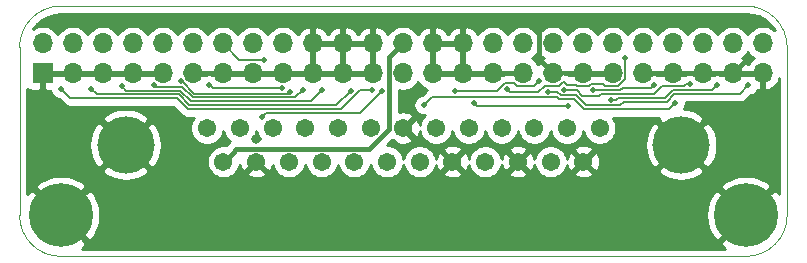
<source format=gbr>
%TF.GenerationSoftware,KiCad,Pcbnew,(5.1.6)-1*%
%TF.CreationDate,2020-08-20T09:51:15-05:00*%
%TF.ProjectId,daisy_chain_board,64616973-795f-4636-9861-696e5f626f61,rev?*%
%TF.SameCoordinates,PX59d60c0PY325aa00*%
%TF.FileFunction,Copper,L1,Top*%
%TF.FilePolarity,Positive*%
%FSLAX46Y46*%
G04 Gerber Fmt 4.6, Leading zero omitted, Abs format (unit mm)*
G04 Created by KiCad (PCBNEW (5.1.6)-1) date 2020-08-20 09:51:15*
%MOMM*%
%LPD*%
G01*
G04 APERTURE LIST*
%TA.AperFunction,Profile*%
%ADD10C,0.050000*%
%TD*%
%TA.AperFunction,ComponentPad*%
%ADD11C,4.845000*%
%TD*%
%TA.AperFunction,ComponentPad*%
%ADD12C,1.545000*%
%TD*%
%TA.AperFunction,ComponentPad*%
%ADD13O,1.700000X1.700000*%
%TD*%
%TA.AperFunction,ComponentPad*%
%ADD14R,1.700000X1.700000*%
%TD*%
%TA.AperFunction,ComponentPad*%
%ADD15C,0.800000*%
%TD*%
%TA.AperFunction,ComponentPad*%
%ADD16C,5.400000*%
%TD*%
%TA.AperFunction,ViaPad*%
%ADD17C,0.800000*%
%TD*%
%TA.AperFunction,ViaPad*%
%ADD18C,0.500000*%
%TD*%
%TA.AperFunction,Conductor*%
%ADD19C,0.400000*%
%TD*%
%TA.AperFunction,Conductor*%
%ADD20C,0.200000*%
%TD*%
%TA.AperFunction,Conductor*%
%ADD21C,0.150000*%
%TD*%
%TA.AperFunction,Conductor*%
%ADD22C,0.254000*%
%TD*%
G04 APERTURE END LIST*
D10*
X83800000Y-45696000D02*
X141800000Y-45696000D01*
X83800000Y-45696000D02*
G75*
G02*
X80300000Y-42196000I0J3500000D01*
G01*
X145300000Y-42196000D02*
G75*
G02*
X141800000Y-45696000I-3500000J0D01*
G01*
X80300000Y-27998000D02*
X80300000Y-42196000D01*
X145300000Y-27998000D02*
X145300000Y-42196000D01*
X83800000Y-24498000D02*
X141800000Y-24498000D01*
X80300000Y-27998000D02*
G75*
G02*
X83800000Y-24498000I3500000J0D01*
G01*
X141800000Y-24498000D02*
G75*
G02*
X145300000Y-27998000I0J-3500000D01*
G01*
D11*
%TO.P,J8,MH2*%
%TO.N,GND*%
X89281600Y-36250000D03*
%TO.P,J8,MH1*%
X136321600Y-36250000D03*
D12*
%TO.P,J8,25*%
%TO.N,TERMPOW*%
X97566600Y-37670000D03*
%TO.P,J8,24*%
%TO.N,GND*%
X100336600Y-37670000D03*
%TO.P,J8,23*%
%TO.N,C-D4*%
X103106600Y-37670000D03*
%TO.P,J8,22*%
%TO.N,C-D2*%
X105876600Y-37670000D03*
%TO.P,J8,21*%
%TO.N,C-D1*%
X108646600Y-37670000D03*
%TO.P,J8,20*%
%TO.N,C-DP*%
X111416600Y-37670000D03*
%TO.P,J8,19*%
%TO.N,C-SEL*%
X114186600Y-37670000D03*
%TO.P,J8,18*%
%TO.N,GND*%
X116956600Y-37670000D03*
%TO.P,J8,17*%
%TO.N,C-ATN*%
X119726600Y-37670000D03*
%TO.P,J8,16*%
%TO.N,GND*%
X122496600Y-37670000D03*
%TO.P,J8,15*%
%TO.N,C-C_D*%
X125266600Y-37670000D03*
%TO.P,J8,14*%
%TO.N,GND*%
X128036600Y-37670000D03*
%TO.P,J8,13*%
%TO.N,C-D7*%
X96181600Y-34830000D03*
%TO.P,J8,12*%
%TO.N,C-D6*%
X98951600Y-34830000D03*
%TO.P,J8,11*%
%TO.N,C-D5*%
X101721600Y-34830000D03*
%TO.P,J8,10*%
%TO.N,C-D3*%
X104491600Y-34830000D03*
%TO.P,J8,9*%
%TO.N,GND*%
X107261600Y-34830000D03*
%TO.P,J8,8*%
%TO.N,C-D0*%
X110031600Y-34830000D03*
%TO.P,J8,7*%
%TO.N,GND*%
X112801600Y-34830000D03*
%TO.P,J8,6*%
%TO.N,C-BSY*%
X115571600Y-34830000D03*
%TO.P,J8,5*%
%TO.N,C-ACK*%
X118341600Y-34830000D03*
%TO.P,J8,4*%
%TO.N,C-RST*%
X121111600Y-34830000D03*
%TO.P,J8,3*%
%TO.N,C-I_O*%
X123881600Y-34830000D03*
%TO.P,J8,2*%
%TO.N,C-MSG*%
X126651600Y-34830000D03*
%TO.P,J8,1*%
%TO.N,C-REQ*%
X129421600Y-34830000D03*
%TD*%
D13*
%TO.P,J7,50*%
%TO.N,C-I_O*%
X143226500Y-27654500D03*
%TO.P,J7,49*%
%TO.N,GND*%
X143226500Y-30194500D03*
%TO.P,J7,48*%
%TO.N,C-REQ*%
X140686500Y-27654500D03*
%TO.P,J7,47*%
%TO.N,GND*%
X140686500Y-30194500D03*
%TO.P,J7,46*%
%TO.N,C-C_D*%
X138146500Y-27654500D03*
%TO.P,J7,45*%
%TO.N,GND*%
X138146500Y-30194500D03*
%TO.P,J7,44*%
%TO.N,C-SEL*%
X135606500Y-27654500D03*
%TO.P,J7,43*%
%TO.N,GND*%
X135606500Y-30194500D03*
%TO.P,J7,42*%
%TO.N,C-MSG*%
X133066500Y-27654500D03*
%TO.P,J7,41*%
%TO.N,GND*%
X133066500Y-30194500D03*
%TO.P,J7,40*%
%TO.N,C-RST*%
X130526500Y-27654500D03*
%TO.P,J7,39*%
%TO.N,GND*%
X130526500Y-30194500D03*
%TO.P,J7,38*%
%TO.N,C-ACK*%
X127986500Y-27654500D03*
%TO.P,J7,37*%
%TO.N,GND*%
X127986500Y-30194500D03*
%TO.P,J7,36*%
%TO.N,C-BSY*%
X125446500Y-27654500D03*
%TO.P,J7,35*%
%TO.N,GND*%
X125446500Y-30194500D03*
%TO.P,J7,34*%
%TO.N,Net-(J7-Pad34)*%
X122906500Y-27654500D03*
%TO.P,J7,33*%
%TO.N,GND*%
X122906500Y-30194500D03*
%TO.P,J7,32*%
%TO.N,C-ATN*%
X120366500Y-27654500D03*
%TO.P,J7,31*%
%TO.N,GND*%
X120366500Y-30194500D03*
%TO.P,J7,30*%
X117826500Y-27654500D03*
%TO.P,J7,29*%
X117826500Y-30194500D03*
%TO.P,J7,28*%
X115286500Y-27654500D03*
%TO.P,J7,27*%
X115286500Y-30194500D03*
%TO.P,J7,26*%
%TO.N,TERMPOW*%
X112746500Y-27654500D03*
%TO.P,J7,25*%
%TO.N,Net-(J7-Pad25)*%
X112746500Y-30194500D03*
%TO.P,J7,24*%
%TO.N,GND*%
X110206500Y-27654500D03*
%TO.P,J7,23*%
X110206500Y-30194500D03*
%TO.P,J7,22*%
X107666500Y-27654500D03*
%TO.P,J7,21*%
X107666500Y-30194500D03*
%TO.P,J7,20*%
X105126500Y-27654500D03*
%TO.P,J7,19*%
X105126500Y-30194500D03*
%TO.P,J7,18*%
%TO.N,C-DP*%
X102586500Y-27654500D03*
%TO.P,J7,17*%
%TO.N,GND*%
X102586500Y-30194500D03*
%TO.P,J7,16*%
%TO.N,C-D7*%
X100046500Y-27654500D03*
%TO.P,J7,15*%
%TO.N,GND*%
X100046500Y-30194500D03*
%TO.P,J7,14*%
%TO.N,C-D6*%
X97506500Y-27654500D03*
%TO.P,J7,13*%
%TO.N,GND*%
X97506500Y-30194500D03*
%TO.P,J7,12*%
%TO.N,C-D5*%
X94966500Y-27654500D03*
%TO.P,J7,11*%
%TO.N,GND*%
X94966500Y-30194500D03*
%TO.P,J7,10*%
%TO.N,C-D4*%
X92426500Y-27654500D03*
%TO.P,J7,9*%
%TO.N,GND*%
X92426500Y-30194500D03*
%TO.P,J7,8*%
%TO.N,C-D3*%
X89886500Y-27654500D03*
%TO.P,J7,7*%
%TO.N,GND*%
X89886500Y-30194500D03*
%TO.P,J7,6*%
%TO.N,C-D2*%
X87346500Y-27654500D03*
%TO.P,J7,5*%
%TO.N,GND*%
X87346500Y-30194500D03*
%TO.P,J7,4*%
%TO.N,C-D1*%
X84806500Y-27654500D03*
%TO.P,J7,3*%
%TO.N,GND*%
X84806500Y-30194500D03*
%TO.P,J7,2*%
%TO.N,C-D0*%
X82266500Y-27654500D03*
D14*
%TO.P,J7,1*%
%TO.N,GND*%
X82266500Y-30194500D03*
%TD*%
D15*
%TO.P,H6,1*%
%TO.N,GND*%
X143231891Y-40768109D03*
X141800000Y-40175000D03*
X140368109Y-40768109D03*
X139775000Y-42200000D03*
X140368109Y-43631891D03*
X141800000Y-44225000D03*
X143231891Y-43631891D03*
X143825000Y-42200000D03*
D16*
X141800000Y-42200000D03*
%TD*%
D15*
%TO.P,H5,1*%
%TO.N,GND*%
X85231891Y-40768109D03*
X83800000Y-40175000D03*
X82368109Y-40768109D03*
X81775000Y-42200000D03*
X82368109Y-43631891D03*
X83800000Y-44225000D03*
X85231891Y-43631891D03*
X85825000Y-42200000D03*
D16*
X83800000Y-42200000D03*
%TD*%
D17*
%TO.N,GND*%
X100364000Y-35719000D03*
D18*
%TO.N,C-REQ*%
X139350000Y-31150000D03*
X130419308Y-32414713D03*
%TO.N,C-MSG*%
X133993502Y-31150000D03*
X128817950Y-31630159D03*
%TO.N,C-BSY*%
X124270000Y-30872990D03*
X117187010Y-31684832D03*
%TO.N,C-SEL*%
X114530000Y-32870000D03*
X135828947Y-32665648D03*
%TO.N,C-RST*%
X121540000Y-31560000D03*
X131560000Y-28920000D03*
%TO.N,C-ACK*%
X126730000Y-32950000D03*
X118812489Y-32689064D03*
%TO.N,C-DP*%
X100860000Y-33850000D03*
X110992489Y-31685265D03*
%TO.N,C-D0*%
X83780000Y-31480000D03*
X110120000Y-31630000D03*
%TO.N,C-D1*%
X86370000Y-31530000D03*
X108350000Y-31680000D03*
%TO.N,C-D2*%
X105950000Y-31630000D03*
X89002424Y-31302989D03*
%TO.N,C-D3*%
X104280000Y-31580000D03*
X91693529Y-31178968D03*
%TO.N,C-D4*%
X103220000Y-31750000D03*
X93930504Y-30851957D03*
%TO.N,C-D5*%
X96380000Y-31150000D03*
X102510000Y-31434946D03*
%TO.N,C-D6*%
X100973502Y-29027449D03*
%TO.N,C-I_O*%
X142000000Y-31220000D03*
X125036247Y-31748511D03*
%TO.N,C-C_D*%
X137054940Y-31121502D03*
X126371042Y-31585360D03*
%TD*%
D19*
%TO.N,GND*%
X140686500Y-30194500D02*
X141863501Y-29017499D01*
X124269499Y-26540999D02*
X123732000Y-26003500D01*
X124269499Y-29017499D02*
X124269499Y-26540999D01*
X125446500Y-30194500D02*
X124269499Y-29017499D01*
D20*
%TO.N,C-REQ*%
X135589026Y-31598512D02*
X134935004Y-32252534D01*
X134935004Y-32252534D02*
X130935040Y-32252534D01*
X138901488Y-31598512D02*
X135589026Y-31598512D01*
X139350000Y-31150000D02*
X138901488Y-31598512D01*
X130935040Y-32252534D02*
X130772861Y-32414713D01*
X130772861Y-32414713D02*
X130419308Y-32414713D01*
%TO.N,C-MSG*%
X131178913Y-31598512D02*
X129203150Y-31598512D01*
X129203150Y-31598512D02*
X129171503Y-31630159D01*
X131368458Y-31408967D02*
X131178913Y-31598512D01*
X133734535Y-31408967D02*
X131368458Y-31408967D01*
X133993502Y-31150000D02*
X133734535Y-31408967D01*
X129171503Y-31630159D02*
X128817950Y-31630159D01*
%TO.N,C-BSY*%
X122389539Y-31271501D02*
X122141027Y-31022989D01*
X123871489Y-31271501D02*
X122389539Y-31271501D01*
X121371049Y-31022989D02*
X120709206Y-31684832D01*
X120709206Y-31684832D02*
X117187010Y-31684832D01*
X124270000Y-30872990D02*
X123871489Y-31271501D01*
X122141027Y-31022989D02*
X121371049Y-31022989D01*
%TO.N,C-SEL*%
X125327733Y-32162989D02*
X125780245Y-32162989D01*
X135273573Y-33221022D02*
X135828947Y-32665648D01*
X124744761Y-32162989D02*
X124807285Y-32225513D01*
X115237011Y-32162989D02*
X124744761Y-32162989D01*
X124807285Y-32225513D02*
X125265209Y-32225513D01*
X126006628Y-32389373D02*
X127245335Y-32389373D01*
X127245335Y-32389373D02*
X128076984Y-33221022D01*
X125815069Y-32197814D02*
X126006628Y-32389373D01*
X125780245Y-32162989D02*
X125815069Y-32197814D01*
X125265209Y-32225513D02*
X125327733Y-32162989D01*
X128076984Y-33221022D02*
X135273573Y-33221022D01*
X114530000Y-32870000D02*
X115237011Y-32162989D01*
%TO.N,C-RST*%
X124240016Y-31809999D02*
X124778514Y-31271501D01*
X121789999Y-31809999D02*
X124240016Y-31809999D01*
X125963461Y-31271501D02*
X126298628Y-30936334D01*
X126298628Y-30936334D02*
X126382489Y-30936334D01*
X126382489Y-30936334D02*
X126632626Y-31186471D01*
X126632626Y-31186471D02*
X127384509Y-31186471D01*
X127384509Y-31186471D02*
X127469539Y-31271501D01*
X127469539Y-31271501D02*
X128503461Y-31271501D01*
X128503461Y-31271501D02*
X128697065Y-31077897D01*
X128697065Y-31077897D02*
X129713650Y-31077897D01*
X129713650Y-31077897D02*
X129907254Y-31271501D01*
X129907254Y-31271501D02*
X131006903Y-31271501D01*
X121540000Y-31560000D02*
X121789999Y-31809999D01*
X124778514Y-31271501D02*
X125963461Y-31271501D01*
X131006903Y-31271501D02*
X131346447Y-30931957D01*
D21*
X131560000Y-29273553D02*
X131560000Y-28920000D01*
X131578501Y-29292054D02*
X131560000Y-29273553D01*
X131578501Y-30699903D02*
X131578501Y-29292054D01*
X131346447Y-30931957D02*
X131578501Y-30699903D01*
D20*
%TO.N,C-ACK*%
X119073425Y-32950000D02*
X118812489Y-32689064D01*
X126730000Y-32950000D02*
X119073425Y-32950000D01*
%TO.N,C-DP*%
X101162991Y-33547009D02*
X109130745Y-33547009D01*
X109130745Y-33547009D02*
X110742490Y-31935264D01*
X110742490Y-31935264D02*
X110992489Y-31685265D01*
X100860000Y-33850000D02*
X101162991Y-33547009D01*
%TO.N,C-D0*%
X83780000Y-31480000D02*
X84610000Y-32310000D01*
X107515963Y-33219999D02*
X109105962Y-31630000D01*
X84610000Y-32310000D02*
X93638188Y-32310000D01*
X93638188Y-32310000D02*
X94548188Y-33219999D01*
X94548188Y-33219999D02*
X107515963Y-33219999D01*
X109105962Y-31630000D02*
X110120000Y-31630000D01*
%TO.N,C-D1*%
X94683639Y-32892989D02*
X107137011Y-32892989D01*
X107137011Y-32892989D02*
X108350000Y-31680000D01*
X86370000Y-31530000D02*
X86822989Y-31982989D01*
X93773640Y-31982989D02*
X94683639Y-32892989D01*
X86822989Y-31982989D02*
X93773640Y-31982989D01*
%TO.N,C-D2*%
X89355413Y-31655978D02*
X89002424Y-31302989D01*
X93909092Y-31655978D02*
X89355413Y-31655978D01*
X105014022Y-32565978D02*
X94819089Y-32565978D01*
X105950000Y-31630000D02*
X105014022Y-32565978D01*
X94819089Y-32565978D02*
X93909092Y-31655978D01*
%TO.N,C-D3*%
X104280000Y-31580000D02*
X103621033Y-32238967D01*
X103621033Y-32238967D02*
X94954540Y-32238967D01*
X94954540Y-32238967D02*
X94044544Y-31328967D01*
X94044544Y-31328967D02*
X91843528Y-31328967D01*
X91843528Y-31328967D02*
X91693529Y-31178968D01*
%TO.N,C-D4*%
X103220000Y-31750000D02*
X103058044Y-31911956D01*
X103058044Y-31911956D02*
X95089992Y-31911956D01*
X95089992Y-31911956D02*
X94029993Y-30851957D01*
X94029993Y-30851957D02*
X93930504Y-30851957D01*
%TO.N,C-D5*%
X96664946Y-31434946D02*
X102510000Y-31434946D01*
X96380000Y-31150000D02*
X96664946Y-31434946D01*
%TO.N,C-D6*%
X98879449Y-29027449D02*
X100973502Y-29027449D01*
X97506500Y-27654500D02*
X98879449Y-29027449D01*
%TO.N,C-I_O*%
X126142080Y-32062362D02*
X125828229Y-31748511D01*
X127450787Y-32062362D02*
X126142080Y-32062362D01*
X125828229Y-31748511D02*
X125036247Y-31748511D01*
X131151732Y-32891714D02*
X128280139Y-32891714D01*
X135080455Y-32579545D02*
X131463901Y-32579545D01*
X128280139Y-32891714D02*
X127450787Y-32062362D01*
X131463901Y-32579545D02*
X131151732Y-32891714D01*
X135734477Y-31925523D02*
X135080455Y-32579545D01*
X141294477Y-31925523D02*
X135734477Y-31925523D01*
X142000000Y-31220000D02*
X141294477Y-31925523D01*
%TO.N,C-C_D*%
X127465448Y-31614560D02*
X126753795Y-31614560D01*
X126753795Y-31614560D02*
X126724595Y-31585360D01*
X129355812Y-32107160D02*
X127958048Y-32107160D01*
X134700073Y-31271501D02*
X134046051Y-31925523D01*
X126724595Y-31585360D02*
X126371042Y-31585360D01*
X127958048Y-32107160D02*
X127465448Y-31614560D01*
X137054940Y-31121502D02*
X136701387Y-31121502D01*
X136551388Y-31271501D02*
X134700073Y-31271501D01*
X129537449Y-31925523D02*
X129355812Y-32107160D01*
X134046051Y-31925523D02*
X129537449Y-31925523D01*
X136701387Y-31121502D02*
X136551388Y-31271501D01*
D19*
%TO.N,TERMPOW*%
X98666101Y-36570499D02*
X98339099Y-36897501D01*
X109918363Y-36570499D02*
X98666101Y-36570499D01*
X111569499Y-28831501D02*
X111569499Y-34919363D01*
X98339099Y-36897501D02*
X97566600Y-37670000D01*
X112746500Y-27654500D02*
X111569499Y-28831501D01*
X111569499Y-34919363D02*
X109918363Y-36570499D01*
%TD*%
D22*
%TO.N,GND*%
G36*
X82393500Y-30067500D02*
G01*
X84679500Y-30067500D01*
X84679500Y-30047500D01*
X84933500Y-30047500D01*
X84933500Y-30067500D01*
X87219500Y-30067500D01*
X87219500Y-30047500D01*
X87473500Y-30047500D01*
X87473500Y-30067500D01*
X89759500Y-30067500D01*
X89759500Y-30047500D01*
X90013500Y-30047500D01*
X90013500Y-30067500D01*
X92299500Y-30067500D01*
X92299500Y-30047500D01*
X92553500Y-30047500D01*
X92553500Y-30067500D01*
X92573500Y-30067500D01*
X92573500Y-30321500D01*
X92553500Y-30321500D01*
X92553500Y-30341500D01*
X92299500Y-30341500D01*
X92299500Y-30321500D01*
X91919107Y-30321500D01*
X91780694Y-30293968D01*
X91606364Y-30293968D01*
X91467951Y-30321500D01*
X90013500Y-30321500D01*
X90013500Y-30341500D01*
X89759500Y-30341500D01*
X89759500Y-30321500D01*
X87473500Y-30321500D01*
X87473500Y-30341500D01*
X87219500Y-30341500D01*
X87219500Y-30321500D01*
X84933500Y-30321500D01*
X84933500Y-30341500D01*
X84679500Y-30341500D01*
X84679500Y-30321500D01*
X82393500Y-30321500D01*
X82393500Y-31520750D01*
X82552250Y-31679500D01*
X82917741Y-31681490D01*
X82929010Y-31738145D01*
X82995723Y-31899205D01*
X83092576Y-32044155D01*
X83215845Y-32167424D01*
X83360795Y-32264277D01*
X83521855Y-32330990D01*
X83608847Y-32348294D01*
X84064746Y-32804193D01*
X84087762Y-32832238D01*
X84199680Y-32924087D01*
X84327367Y-32992337D01*
X84465915Y-33034365D01*
X84573895Y-33045000D01*
X84573904Y-33045000D01*
X84609999Y-33048555D01*
X84646094Y-33045000D01*
X93333742Y-33045000D01*
X94002934Y-33714192D01*
X94025950Y-33742237D01*
X94053994Y-33765252D01*
X94053995Y-33765253D01*
X94137868Y-33834086D01*
X94265555Y-33902336D01*
X94404103Y-33944364D01*
X94548188Y-33958555D01*
X94584293Y-33954999D01*
X95073472Y-33954999D01*
X94934290Y-34163299D01*
X94828190Y-34419447D01*
X94774100Y-34691373D01*
X94774100Y-34968627D01*
X94828190Y-35240553D01*
X94934290Y-35496701D01*
X95088324Y-35727229D01*
X95284371Y-35923276D01*
X95514899Y-36077310D01*
X95771047Y-36183410D01*
X96042973Y-36237500D01*
X96320227Y-36237500D01*
X96592153Y-36183410D01*
X96848301Y-36077310D01*
X97078829Y-35923276D01*
X97274876Y-35727229D01*
X97428910Y-35496701D01*
X97535010Y-35240553D01*
X97566600Y-35081741D01*
X97598190Y-35240553D01*
X97704290Y-35496701D01*
X97858324Y-35727229D01*
X98054371Y-35923276D01*
X98100759Y-35954271D01*
X98072810Y-35977208D01*
X98046662Y-36009070D01*
X97778632Y-36277101D01*
X97705227Y-36262500D01*
X97427973Y-36262500D01*
X97156047Y-36316590D01*
X96899899Y-36422690D01*
X96669371Y-36576724D01*
X96473324Y-36772771D01*
X96319290Y-37003299D01*
X96213190Y-37259447D01*
X96159100Y-37531373D01*
X96159100Y-37808627D01*
X96213190Y-38080553D01*
X96319290Y-38336701D01*
X96473324Y-38567229D01*
X96669371Y-38763276D01*
X96899899Y-38917310D01*
X97156047Y-39023410D01*
X97427973Y-39077500D01*
X97705227Y-39077500D01*
X97977153Y-39023410D01*
X98233301Y-38917310D01*
X98463829Y-38763276D01*
X98584041Y-38643064D01*
X99543141Y-38643064D01*
X99611393Y-38884227D01*
X99862211Y-39002377D01*
X100131260Y-39069324D01*
X100408200Y-39082496D01*
X100682388Y-39041387D01*
X100943288Y-38947576D01*
X101061807Y-38884227D01*
X101130059Y-38643064D01*
X100336600Y-37849605D01*
X99543141Y-38643064D01*
X98584041Y-38643064D01*
X98659876Y-38567229D01*
X98813910Y-38336701D01*
X98920010Y-38080553D01*
X98951322Y-37923138D01*
X98965213Y-38015788D01*
X99059024Y-38276688D01*
X99122373Y-38395207D01*
X99363536Y-38463459D01*
X100156995Y-37670000D01*
X100142853Y-37655858D01*
X100322458Y-37476253D01*
X100336600Y-37490395D01*
X100350743Y-37476253D01*
X100530348Y-37655858D01*
X100516205Y-37670000D01*
X101309664Y-38463459D01*
X101550827Y-38395207D01*
X101668977Y-38144389D01*
X101722834Y-37927946D01*
X101753190Y-38080553D01*
X101859290Y-38336701D01*
X102013324Y-38567229D01*
X102209371Y-38763276D01*
X102439899Y-38917310D01*
X102696047Y-39023410D01*
X102967973Y-39077500D01*
X103245227Y-39077500D01*
X103517153Y-39023410D01*
X103773301Y-38917310D01*
X104003829Y-38763276D01*
X104199876Y-38567229D01*
X104353910Y-38336701D01*
X104460010Y-38080553D01*
X104491600Y-37921741D01*
X104523190Y-38080553D01*
X104629290Y-38336701D01*
X104783324Y-38567229D01*
X104979371Y-38763276D01*
X105209899Y-38917310D01*
X105466047Y-39023410D01*
X105737973Y-39077500D01*
X106015227Y-39077500D01*
X106287153Y-39023410D01*
X106543301Y-38917310D01*
X106773829Y-38763276D01*
X106969876Y-38567229D01*
X107123910Y-38336701D01*
X107230010Y-38080553D01*
X107261600Y-37921741D01*
X107293190Y-38080553D01*
X107399290Y-38336701D01*
X107553324Y-38567229D01*
X107749371Y-38763276D01*
X107979899Y-38917310D01*
X108236047Y-39023410D01*
X108507973Y-39077500D01*
X108785227Y-39077500D01*
X109057153Y-39023410D01*
X109313301Y-38917310D01*
X109543829Y-38763276D01*
X109739876Y-38567229D01*
X109893910Y-38336701D01*
X110000010Y-38080553D01*
X110031600Y-37921741D01*
X110063190Y-38080553D01*
X110169290Y-38336701D01*
X110323324Y-38567229D01*
X110519371Y-38763276D01*
X110749899Y-38917310D01*
X111006047Y-39023410D01*
X111277973Y-39077500D01*
X111555227Y-39077500D01*
X111827153Y-39023410D01*
X112083301Y-38917310D01*
X112313829Y-38763276D01*
X112509876Y-38567229D01*
X112663910Y-38336701D01*
X112770010Y-38080553D01*
X112801600Y-37921741D01*
X112833190Y-38080553D01*
X112939290Y-38336701D01*
X113093324Y-38567229D01*
X113289371Y-38763276D01*
X113519899Y-38917310D01*
X113776047Y-39023410D01*
X114047973Y-39077500D01*
X114325227Y-39077500D01*
X114597153Y-39023410D01*
X114853301Y-38917310D01*
X115083829Y-38763276D01*
X115204041Y-38643064D01*
X116163141Y-38643064D01*
X116231393Y-38884227D01*
X116482211Y-39002377D01*
X116751260Y-39069324D01*
X117028200Y-39082496D01*
X117302388Y-39041387D01*
X117563288Y-38947576D01*
X117681807Y-38884227D01*
X117750059Y-38643064D01*
X116956600Y-37849605D01*
X116163141Y-38643064D01*
X115204041Y-38643064D01*
X115279876Y-38567229D01*
X115433910Y-38336701D01*
X115540010Y-38080553D01*
X115571322Y-37923138D01*
X115585213Y-38015788D01*
X115679024Y-38276688D01*
X115742373Y-38395207D01*
X115983536Y-38463459D01*
X116776995Y-37670000D01*
X117136205Y-37670000D01*
X117929664Y-38463459D01*
X118170827Y-38395207D01*
X118288977Y-38144389D01*
X118342834Y-37927946D01*
X118373190Y-38080553D01*
X118479290Y-38336701D01*
X118633324Y-38567229D01*
X118829371Y-38763276D01*
X119059899Y-38917310D01*
X119316047Y-39023410D01*
X119587973Y-39077500D01*
X119865227Y-39077500D01*
X120137153Y-39023410D01*
X120393301Y-38917310D01*
X120623829Y-38763276D01*
X120744041Y-38643064D01*
X121703141Y-38643064D01*
X121771393Y-38884227D01*
X122022211Y-39002377D01*
X122291260Y-39069324D01*
X122568200Y-39082496D01*
X122842388Y-39041387D01*
X123103288Y-38947576D01*
X123221807Y-38884227D01*
X123290059Y-38643064D01*
X122496600Y-37849605D01*
X121703141Y-38643064D01*
X120744041Y-38643064D01*
X120819876Y-38567229D01*
X120973910Y-38336701D01*
X121080010Y-38080553D01*
X121111322Y-37923138D01*
X121125213Y-38015788D01*
X121219024Y-38276688D01*
X121282373Y-38395207D01*
X121523536Y-38463459D01*
X122316995Y-37670000D01*
X122676205Y-37670000D01*
X123469664Y-38463459D01*
X123710827Y-38395207D01*
X123828977Y-38144389D01*
X123882834Y-37927946D01*
X123913190Y-38080553D01*
X124019290Y-38336701D01*
X124173324Y-38567229D01*
X124369371Y-38763276D01*
X124599899Y-38917310D01*
X124856047Y-39023410D01*
X125127973Y-39077500D01*
X125405227Y-39077500D01*
X125677153Y-39023410D01*
X125933301Y-38917310D01*
X126163829Y-38763276D01*
X126284041Y-38643064D01*
X127243141Y-38643064D01*
X127311393Y-38884227D01*
X127562211Y-39002377D01*
X127831260Y-39069324D01*
X128108200Y-39082496D01*
X128382388Y-39041387D01*
X128643288Y-38947576D01*
X128761807Y-38884227D01*
X128830059Y-38643064D01*
X128036600Y-37849605D01*
X127243141Y-38643064D01*
X126284041Y-38643064D01*
X126359876Y-38567229D01*
X126513910Y-38336701D01*
X126620010Y-38080553D01*
X126651322Y-37923138D01*
X126665213Y-38015788D01*
X126759024Y-38276688D01*
X126822373Y-38395207D01*
X127063536Y-38463459D01*
X127856995Y-37670000D01*
X128216205Y-37670000D01*
X129009664Y-38463459D01*
X129240848Y-38398031D01*
X134353174Y-38398031D01*
X134620039Y-38808062D01*
X135151787Y-39090867D01*
X135728491Y-39264500D01*
X136327987Y-39322287D01*
X136927238Y-39262008D01*
X137503214Y-39085980D01*
X138023161Y-38808062D01*
X138290026Y-38398031D01*
X136321600Y-36429605D01*
X134353174Y-38398031D01*
X129240848Y-38398031D01*
X129250827Y-38395207D01*
X129368977Y-38144389D01*
X129435924Y-37875340D01*
X129449096Y-37598400D01*
X129407987Y-37324212D01*
X129314176Y-37063312D01*
X129250827Y-36944793D01*
X129009664Y-36876541D01*
X128216205Y-37670000D01*
X127856995Y-37670000D01*
X127063536Y-36876541D01*
X126822373Y-36944793D01*
X126704223Y-37195611D01*
X126650366Y-37412054D01*
X126620010Y-37259447D01*
X126513910Y-37003299D01*
X126359876Y-36772771D01*
X126284041Y-36696936D01*
X127243141Y-36696936D01*
X128036600Y-37490395D01*
X128830059Y-36696936D01*
X128761807Y-36455773D01*
X128510989Y-36337623D01*
X128241940Y-36270676D01*
X127965000Y-36257504D01*
X127690812Y-36298613D01*
X127429912Y-36392424D01*
X127311393Y-36455773D01*
X127243141Y-36696936D01*
X126284041Y-36696936D01*
X126163829Y-36576724D01*
X125933301Y-36422690D01*
X125677153Y-36316590D01*
X125405227Y-36262500D01*
X125127973Y-36262500D01*
X124856047Y-36316590D01*
X124599899Y-36422690D01*
X124369371Y-36576724D01*
X124173324Y-36772771D01*
X124019290Y-37003299D01*
X123913190Y-37259447D01*
X123881878Y-37416862D01*
X123867987Y-37324212D01*
X123774176Y-37063312D01*
X123710827Y-36944793D01*
X123469664Y-36876541D01*
X122676205Y-37670000D01*
X122316995Y-37670000D01*
X121523536Y-36876541D01*
X121282373Y-36944793D01*
X121164223Y-37195611D01*
X121110366Y-37412054D01*
X121080010Y-37259447D01*
X120973910Y-37003299D01*
X120819876Y-36772771D01*
X120744041Y-36696936D01*
X121703141Y-36696936D01*
X122496600Y-37490395D01*
X123290059Y-36696936D01*
X123221807Y-36455773D01*
X122970989Y-36337623D01*
X122701940Y-36270676D01*
X122425000Y-36257504D01*
X122150812Y-36298613D01*
X121889912Y-36392424D01*
X121771393Y-36455773D01*
X121703141Y-36696936D01*
X120744041Y-36696936D01*
X120623829Y-36576724D01*
X120393301Y-36422690D01*
X120137153Y-36316590D01*
X119865227Y-36262500D01*
X119587973Y-36262500D01*
X119316047Y-36316590D01*
X119059899Y-36422690D01*
X118829371Y-36576724D01*
X118633324Y-36772771D01*
X118479290Y-37003299D01*
X118373190Y-37259447D01*
X118341878Y-37416862D01*
X118327987Y-37324212D01*
X118234176Y-37063312D01*
X118170827Y-36944793D01*
X117929664Y-36876541D01*
X117136205Y-37670000D01*
X116776995Y-37670000D01*
X115983536Y-36876541D01*
X115742373Y-36944793D01*
X115624223Y-37195611D01*
X115570366Y-37412054D01*
X115540010Y-37259447D01*
X115433910Y-37003299D01*
X115279876Y-36772771D01*
X115204041Y-36696936D01*
X116163141Y-36696936D01*
X116956600Y-37490395D01*
X117750059Y-36696936D01*
X117681807Y-36455773D01*
X117430989Y-36337623D01*
X117161940Y-36270676D01*
X116885000Y-36257504D01*
X116610812Y-36298613D01*
X116349912Y-36392424D01*
X116231393Y-36455773D01*
X116163141Y-36696936D01*
X115204041Y-36696936D01*
X115083829Y-36576724D01*
X114853301Y-36422690D01*
X114597153Y-36316590D01*
X114325227Y-36262500D01*
X114047973Y-36262500D01*
X113776047Y-36316590D01*
X113519899Y-36422690D01*
X113289371Y-36576724D01*
X113093324Y-36772771D01*
X112939290Y-37003299D01*
X112833190Y-37259447D01*
X112801600Y-37418259D01*
X112770010Y-37259447D01*
X112663910Y-37003299D01*
X112509876Y-36772771D01*
X112313829Y-36576724D01*
X112083301Y-36422690D01*
X111827153Y-36316590D01*
X111555227Y-36262500D01*
X111407230Y-36262500D01*
X111413343Y-36256387D01*
X133249313Y-36256387D01*
X133309592Y-36855638D01*
X133485620Y-37431614D01*
X133763538Y-37951561D01*
X134173569Y-38218426D01*
X136141995Y-36250000D01*
X136501205Y-36250000D01*
X138469631Y-38218426D01*
X138879662Y-37951561D01*
X139162467Y-37419813D01*
X139336100Y-36843109D01*
X139393887Y-36243613D01*
X139333608Y-35644362D01*
X139157580Y-35068386D01*
X138879662Y-34548439D01*
X138469631Y-34281574D01*
X136501205Y-36250000D01*
X136141995Y-36250000D01*
X134173569Y-34281574D01*
X133763538Y-34548439D01*
X133480733Y-35080187D01*
X133307100Y-35656891D01*
X133249313Y-36256387D01*
X111413343Y-36256387D01*
X111821031Y-35848699D01*
X111891770Y-35919438D01*
X112008142Y-35803066D01*
X112076393Y-36044227D01*
X112327211Y-36162377D01*
X112596260Y-36229324D01*
X112873200Y-36242496D01*
X113147388Y-36201387D01*
X113408288Y-36107576D01*
X113526807Y-36044227D01*
X113595059Y-35803064D01*
X112801600Y-35009605D01*
X112787458Y-35023748D01*
X112607853Y-34844143D01*
X112621995Y-34830000D01*
X112607853Y-34815858D01*
X112787458Y-34636253D01*
X112801600Y-34650395D01*
X113595059Y-33856936D01*
X113526807Y-33615773D01*
X113275989Y-33497623D01*
X113006940Y-33430676D01*
X112730000Y-33417504D01*
X112455812Y-33458613D01*
X112404499Y-33477063D01*
X112404499Y-31640564D01*
X112600240Y-31679500D01*
X112892760Y-31679500D01*
X113179658Y-31622432D01*
X113449911Y-31510490D01*
X113693132Y-31347975D01*
X113899975Y-31141132D01*
X114021695Y-30958966D01*
X114091322Y-31075855D01*
X114286231Y-31292088D01*
X114519580Y-31466141D01*
X114777717Y-31589094D01*
X114714773Y-31640751D01*
X114691757Y-31668796D01*
X114358847Y-32001706D01*
X114271855Y-32019010D01*
X114110795Y-32085723D01*
X113965845Y-32182576D01*
X113842576Y-32305845D01*
X113745723Y-32450795D01*
X113679010Y-32611855D01*
X113645000Y-32782835D01*
X113645000Y-32957165D01*
X113679010Y-33128145D01*
X113745723Y-33289205D01*
X113842576Y-33434155D01*
X113965845Y-33557424D01*
X114110795Y-33654277D01*
X114271855Y-33720990D01*
X114442835Y-33755000D01*
X114617165Y-33755000D01*
X114665761Y-33745334D01*
X114478324Y-33932771D01*
X114324290Y-34163299D01*
X114218190Y-34419447D01*
X114186878Y-34576862D01*
X114172987Y-34484212D01*
X114079176Y-34223312D01*
X114015827Y-34104793D01*
X113774664Y-34036541D01*
X112981205Y-34830000D01*
X113774664Y-35623459D01*
X114015827Y-35555207D01*
X114133977Y-35304389D01*
X114187834Y-35087946D01*
X114218190Y-35240553D01*
X114324290Y-35496701D01*
X114478324Y-35727229D01*
X114674371Y-35923276D01*
X114904899Y-36077310D01*
X115161047Y-36183410D01*
X115432973Y-36237500D01*
X115710227Y-36237500D01*
X115982153Y-36183410D01*
X116238301Y-36077310D01*
X116468829Y-35923276D01*
X116664876Y-35727229D01*
X116818910Y-35496701D01*
X116925010Y-35240553D01*
X116956600Y-35081741D01*
X116988190Y-35240553D01*
X117094290Y-35496701D01*
X117248324Y-35727229D01*
X117444371Y-35923276D01*
X117674899Y-36077310D01*
X117931047Y-36183410D01*
X118202973Y-36237500D01*
X118480227Y-36237500D01*
X118752153Y-36183410D01*
X119008301Y-36077310D01*
X119238829Y-35923276D01*
X119434876Y-35727229D01*
X119588910Y-35496701D01*
X119695010Y-35240553D01*
X119726600Y-35081741D01*
X119758190Y-35240553D01*
X119864290Y-35496701D01*
X120018324Y-35727229D01*
X120214371Y-35923276D01*
X120444899Y-36077310D01*
X120701047Y-36183410D01*
X120972973Y-36237500D01*
X121250227Y-36237500D01*
X121522153Y-36183410D01*
X121778301Y-36077310D01*
X122008829Y-35923276D01*
X122204876Y-35727229D01*
X122358910Y-35496701D01*
X122465010Y-35240553D01*
X122496600Y-35081741D01*
X122528190Y-35240553D01*
X122634290Y-35496701D01*
X122788324Y-35727229D01*
X122984371Y-35923276D01*
X123214899Y-36077310D01*
X123471047Y-36183410D01*
X123742973Y-36237500D01*
X124020227Y-36237500D01*
X124292153Y-36183410D01*
X124548301Y-36077310D01*
X124778829Y-35923276D01*
X124974876Y-35727229D01*
X125128910Y-35496701D01*
X125235010Y-35240553D01*
X125266600Y-35081741D01*
X125298190Y-35240553D01*
X125404290Y-35496701D01*
X125558324Y-35727229D01*
X125754371Y-35923276D01*
X125984899Y-36077310D01*
X126241047Y-36183410D01*
X126512973Y-36237500D01*
X126790227Y-36237500D01*
X127062153Y-36183410D01*
X127318301Y-36077310D01*
X127548829Y-35923276D01*
X127744876Y-35727229D01*
X127898910Y-35496701D01*
X128005010Y-35240553D01*
X128036600Y-35081741D01*
X128068190Y-35240553D01*
X128174290Y-35496701D01*
X128328324Y-35727229D01*
X128524371Y-35923276D01*
X128754899Y-36077310D01*
X129011047Y-36183410D01*
X129282973Y-36237500D01*
X129560227Y-36237500D01*
X129832153Y-36183410D01*
X130088301Y-36077310D01*
X130318829Y-35923276D01*
X130514876Y-35727229D01*
X130668910Y-35496701D01*
X130775010Y-35240553D01*
X130829100Y-34968627D01*
X130829100Y-34691373D01*
X130775010Y-34419447D01*
X130668910Y-34163299D01*
X130530412Y-33956022D01*
X134448162Y-33956022D01*
X134353174Y-34101969D01*
X136321600Y-36070395D01*
X138290026Y-34101969D01*
X138023161Y-33691938D01*
X137491413Y-33409133D01*
X136914709Y-33235500D01*
X136536898Y-33199082D01*
X136613224Y-33084853D01*
X136679937Y-32923793D01*
X136713947Y-32752813D01*
X136713947Y-32660523D01*
X141258372Y-32660523D01*
X141294477Y-32664079D01*
X141330582Y-32660523D01*
X141438562Y-32649888D01*
X141577110Y-32607860D01*
X141704797Y-32539610D01*
X141816715Y-32447761D01*
X141839735Y-32419711D01*
X142171153Y-32088294D01*
X142258145Y-32070990D01*
X142419205Y-32004277D01*
X142564155Y-31907424D01*
X142687424Y-31784155D01*
X142784277Y-31639205D01*
X142794990Y-31613342D01*
X142869610Y-31635976D01*
X143099500Y-31514655D01*
X143099500Y-30321500D01*
X140813500Y-30321500D01*
X140813500Y-30341500D01*
X140559500Y-30341500D01*
X140559500Y-30321500D01*
X139662441Y-30321500D01*
X139608145Y-30299010D01*
X139437165Y-30265000D01*
X139262835Y-30265000D01*
X139091855Y-30299010D01*
X139037559Y-30321500D01*
X138273500Y-30321500D01*
X138273500Y-30341500D01*
X138019500Y-30341500D01*
X138019500Y-30321500D01*
X137436181Y-30321500D01*
X137313085Y-30270512D01*
X137142105Y-30236502D01*
X136967775Y-30236502D01*
X136796795Y-30270512D01*
X136673699Y-30321500D01*
X135733500Y-30321500D01*
X135733500Y-30341500D01*
X135479500Y-30341500D01*
X135479500Y-30321500D01*
X134305943Y-30321500D01*
X134251647Y-30299010D01*
X134080667Y-30265000D01*
X133906337Y-30265000D01*
X133735357Y-30299010D01*
X133681061Y-30321500D01*
X133193500Y-30321500D01*
X133193500Y-30341500D01*
X132939500Y-30341500D01*
X132939500Y-30321500D01*
X132919500Y-30321500D01*
X132919500Y-30067500D01*
X132939500Y-30067500D01*
X132939500Y-30047500D01*
X133193500Y-30047500D01*
X133193500Y-30067500D01*
X135479500Y-30067500D01*
X135479500Y-30047500D01*
X135733500Y-30047500D01*
X135733500Y-30067500D01*
X138019500Y-30067500D01*
X138019500Y-30047500D01*
X138273500Y-30047500D01*
X138273500Y-30067500D01*
X140559500Y-30067500D01*
X140559500Y-30047500D01*
X140813500Y-30047500D01*
X140813500Y-30067500D01*
X143099500Y-30067500D01*
X143099500Y-30047500D01*
X143353500Y-30047500D01*
X143353500Y-30067500D01*
X143373500Y-30067500D01*
X143373500Y-30321500D01*
X143353500Y-30321500D01*
X143353500Y-31514655D01*
X143583390Y-31635976D01*
X143730599Y-31591325D01*
X143993420Y-31466141D01*
X144226769Y-31292088D01*
X144421678Y-31075855D01*
X144570657Y-30825752D01*
X144640000Y-30630270D01*
X144640001Y-40437918D01*
X144588904Y-40342008D01*
X144583828Y-40334411D01*
X144145374Y-40034231D01*
X141979605Y-42200000D01*
X141993748Y-42214143D01*
X141814143Y-42393748D01*
X141800000Y-42379605D01*
X139634231Y-44545374D01*
X139934411Y-44983828D01*
X140031699Y-45036000D01*
X85569592Y-45036000D01*
X85657992Y-44988904D01*
X85665589Y-44983828D01*
X85965769Y-44545374D01*
X83800000Y-42379605D01*
X83785858Y-42393748D01*
X83606253Y-42214143D01*
X83620395Y-42200000D01*
X83979605Y-42200000D01*
X86145374Y-44365769D01*
X86583828Y-44065589D01*
X86894296Y-43486644D01*
X87085852Y-42858254D01*
X87151134Y-42204569D01*
X87150247Y-42195431D01*
X138448866Y-42195431D01*
X138512366Y-42849293D01*
X138702208Y-43478203D01*
X139011096Y-44057992D01*
X139016172Y-44065589D01*
X139454626Y-44365769D01*
X141620395Y-42200000D01*
X139454626Y-40034231D01*
X139016172Y-40334411D01*
X138705704Y-40913356D01*
X138514148Y-41541746D01*
X138448866Y-42195431D01*
X87150247Y-42195431D01*
X87087634Y-41550707D01*
X86897792Y-40921797D01*
X86588904Y-40342008D01*
X86583828Y-40334411D01*
X86145374Y-40034231D01*
X83979605Y-42200000D01*
X83620395Y-42200000D01*
X81454626Y-40034231D01*
X81016172Y-40334411D01*
X80960000Y-40439158D01*
X80960000Y-39854626D01*
X81634231Y-39854626D01*
X83800000Y-42020395D01*
X85965769Y-39854626D01*
X139634231Y-39854626D01*
X141800000Y-42020395D01*
X143965769Y-39854626D01*
X143665589Y-39416172D01*
X143086644Y-39105704D01*
X142458254Y-38914148D01*
X141804569Y-38848866D01*
X141150707Y-38912366D01*
X140521797Y-39102208D01*
X139942008Y-39411096D01*
X139934411Y-39416172D01*
X139634231Y-39854626D01*
X85965769Y-39854626D01*
X85665589Y-39416172D01*
X85086644Y-39105704D01*
X84458254Y-38914148D01*
X83804569Y-38848866D01*
X83150707Y-38912366D01*
X82521797Y-39102208D01*
X81942008Y-39411096D01*
X81934411Y-39416172D01*
X81634231Y-39854626D01*
X80960000Y-39854626D01*
X80960000Y-38398031D01*
X87313174Y-38398031D01*
X87580039Y-38808062D01*
X88111787Y-39090867D01*
X88688491Y-39264500D01*
X89287987Y-39322287D01*
X89887238Y-39262008D01*
X90463214Y-39085980D01*
X90983161Y-38808062D01*
X91250026Y-38398031D01*
X89281600Y-36429605D01*
X87313174Y-38398031D01*
X80960000Y-38398031D01*
X80960000Y-36256387D01*
X86209313Y-36256387D01*
X86269592Y-36855638D01*
X86445620Y-37431614D01*
X86723538Y-37951561D01*
X87133569Y-38218426D01*
X89101995Y-36250000D01*
X89461205Y-36250000D01*
X91429631Y-38218426D01*
X91839662Y-37951561D01*
X92122467Y-37419813D01*
X92296100Y-36843109D01*
X92353887Y-36243613D01*
X92293608Y-35644362D01*
X92117580Y-35068386D01*
X91839662Y-34548439D01*
X91429631Y-34281574D01*
X89461205Y-36250000D01*
X89101995Y-36250000D01*
X87133569Y-34281574D01*
X86723538Y-34548439D01*
X86440733Y-35080187D01*
X86267100Y-35656891D01*
X86209313Y-36256387D01*
X80960000Y-36256387D01*
X80960000Y-34101969D01*
X87313174Y-34101969D01*
X89281600Y-36070395D01*
X91250026Y-34101969D01*
X90983161Y-33691938D01*
X90451413Y-33409133D01*
X89874709Y-33235500D01*
X89275213Y-33177713D01*
X88675962Y-33237992D01*
X88099986Y-33414020D01*
X87580039Y-33691938D01*
X87313174Y-34101969D01*
X80960000Y-34101969D01*
X80960000Y-31489209D01*
X80965315Y-31495685D01*
X81062006Y-31575037D01*
X81172320Y-31634002D01*
X81292018Y-31670312D01*
X81416500Y-31682572D01*
X81980750Y-31679500D01*
X82139500Y-31520750D01*
X82139500Y-30321500D01*
X82119500Y-30321500D01*
X82119500Y-30067500D01*
X82139500Y-30067500D01*
X82139500Y-30047500D01*
X82393500Y-30047500D01*
X82393500Y-30067500D01*
G37*
X82393500Y-30067500D02*
X84679500Y-30067500D01*
X84679500Y-30047500D01*
X84933500Y-30047500D01*
X84933500Y-30067500D01*
X87219500Y-30067500D01*
X87219500Y-30047500D01*
X87473500Y-30047500D01*
X87473500Y-30067500D01*
X89759500Y-30067500D01*
X89759500Y-30047500D01*
X90013500Y-30047500D01*
X90013500Y-30067500D01*
X92299500Y-30067500D01*
X92299500Y-30047500D01*
X92553500Y-30047500D01*
X92553500Y-30067500D01*
X92573500Y-30067500D01*
X92573500Y-30321500D01*
X92553500Y-30321500D01*
X92553500Y-30341500D01*
X92299500Y-30341500D01*
X92299500Y-30321500D01*
X91919107Y-30321500D01*
X91780694Y-30293968D01*
X91606364Y-30293968D01*
X91467951Y-30321500D01*
X90013500Y-30321500D01*
X90013500Y-30341500D01*
X89759500Y-30341500D01*
X89759500Y-30321500D01*
X87473500Y-30321500D01*
X87473500Y-30341500D01*
X87219500Y-30341500D01*
X87219500Y-30321500D01*
X84933500Y-30321500D01*
X84933500Y-30341500D01*
X84679500Y-30341500D01*
X84679500Y-30321500D01*
X82393500Y-30321500D01*
X82393500Y-31520750D01*
X82552250Y-31679500D01*
X82917741Y-31681490D01*
X82929010Y-31738145D01*
X82995723Y-31899205D01*
X83092576Y-32044155D01*
X83215845Y-32167424D01*
X83360795Y-32264277D01*
X83521855Y-32330990D01*
X83608847Y-32348294D01*
X84064746Y-32804193D01*
X84087762Y-32832238D01*
X84199680Y-32924087D01*
X84327367Y-32992337D01*
X84465915Y-33034365D01*
X84573895Y-33045000D01*
X84573904Y-33045000D01*
X84609999Y-33048555D01*
X84646094Y-33045000D01*
X93333742Y-33045000D01*
X94002934Y-33714192D01*
X94025950Y-33742237D01*
X94053994Y-33765252D01*
X94053995Y-33765253D01*
X94137868Y-33834086D01*
X94265555Y-33902336D01*
X94404103Y-33944364D01*
X94548188Y-33958555D01*
X94584293Y-33954999D01*
X95073472Y-33954999D01*
X94934290Y-34163299D01*
X94828190Y-34419447D01*
X94774100Y-34691373D01*
X94774100Y-34968627D01*
X94828190Y-35240553D01*
X94934290Y-35496701D01*
X95088324Y-35727229D01*
X95284371Y-35923276D01*
X95514899Y-36077310D01*
X95771047Y-36183410D01*
X96042973Y-36237500D01*
X96320227Y-36237500D01*
X96592153Y-36183410D01*
X96848301Y-36077310D01*
X97078829Y-35923276D01*
X97274876Y-35727229D01*
X97428910Y-35496701D01*
X97535010Y-35240553D01*
X97566600Y-35081741D01*
X97598190Y-35240553D01*
X97704290Y-35496701D01*
X97858324Y-35727229D01*
X98054371Y-35923276D01*
X98100759Y-35954271D01*
X98072810Y-35977208D01*
X98046662Y-36009070D01*
X97778632Y-36277101D01*
X97705227Y-36262500D01*
X97427973Y-36262500D01*
X97156047Y-36316590D01*
X96899899Y-36422690D01*
X96669371Y-36576724D01*
X96473324Y-36772771D01*
X96319290Y-37003299D01*
X96213190Y-37259447D01*
X96159100Y-37531373D01*
X96159100Y-37808627D01*
X96213190Y-38080553D01*
X96319290Y-38336701D01*
X96473324Y-38567229D01*
X96669371Y-38763276D01*
X96899899Y-38917310D01*
X97156047Y-39023410D01*
X97427973Y-39077500D01*
X97705227Y-39077500D01*
X97977153Y-39023410D01*
X98233301Y-38917310D01*
X98463829Y-38763276D01*
X98584041Y-38643064D01*
X99543141Y-38643064D01*
X99611393Y-38884227D01*
X99862211Y-39002377D01*
X100131260Y-39069324D01*
X100408200Y-39082496D01*
X100682388Y-39041387D01*
X100943288Y-38947576D01*
X101061807Y-38884227D01*
X101130059Y-38643064D01*
X100336600Y-37849605D01*
X99543141Y-38643064D01*
X98584041Y-38643064D01*
X98659876Y-38567229D01*
X98813910Y-38336701D01*
X98920010Y-38080553D01*
X98951322Y-37923138D01*
X98965213Y-38015788D01*
X99059024Y-38276688D01*
X99122373Y-38395207D01*
X99363536Y-38463459D01*
X100156995Y-37670000D01*
X100142853Y-37655858D01*
X100322458Y-37476253D01*
X100336600Y-37490395D01*
X100350743Y-37476253D01*
X100530348Y-37655858D01*
X100516205Y-37670000D01*
X101309664Y-38463459D01*
X101550827Y-38395207D01*
X101668977Y-38144389D01*
X101722834Y-37927946D01*
X101753190Y-38080553D01*
X101859290Y-38336701D01*
X102013324Y-38567229D01*
X102209371Y-38763276D01*
X102439899Y-38917310D01*
X102696047Y-39023410D01*
X102967973Y-39077500D01*
X103245227Y-39077500D01*
X103517153Y-39023410D01*
X103773301Y-38917310D01*
X104003829Y-38763276D01*
X104199876Y-38567229D01*
X104353910Y-38336701D01*
X104460010Y-38080553D01*
X104491600Y-37921741D01*
X104523190Y-38080553D01*
X104629290Y-38336701D01*
X104783324Y-38567229D01*
X104979371Y-38763276D01*
X105209899Y-38917310D01*
X105466047Y-39023410D01*
X105737973Y-39077500D01*
X106015227Y-39077500D01*
X106287153Y-39023410D01*
X106543301Y-38917310D01*
X106773829Y-38763276D01*
X106969876Y-38567229D01*
X107123910Y-38336701D01*
X107230010Y-38080553D01*
X107261600Y-37921741D01*
X107293190Y-38080553D01*
X107399290Y-38336701D01*
X107553324Y-38567229D01*
X107749371Y-38763276D01*
X107979899Y-38917310D01*
X108236047Y-39023410D01*
X108507973Y-39077500D01*
X108785227Y-39077500D01*
X109057153Y-39023410D01*
X109313301Y-38917310D01*
X109543829Y-38763276D01*
X109739876Y-38567229D01*
X109893910Y-38336701D01*
X110000010Y-38080553D01*
X110031600Y-37921741D01*
X110063190Y-38080553D01*
X110169290Y-38336701D01*
X110323324Y-38567229D01*
X110519371Y-38763276D01*
X110749899Y-38917310D01*
X111006047Y-39023410D01*
X111277973Y-39077500D01*
X111555227Y-39077500D01*
X111827153Y-39023410D01*
X112083301Y-38917310D01*
X112313829Y-38763276D01*
X112509876Y-38567229D01*
X112663910Y-38336701D01*
X112770010Y-38080553D01*
X112801600Y-37921741D01*
X112833190Y-38080553D01*
X112939290Y-38336701D01*
X113093324Y-38567229D01*
X113289371Y-38763276D01*
X113519899Y-38917310D01*
X113776047Y-39023410D01*
X114047973Y-39077500D01*
X114325227Y-39077500D01*
X114597153Y-39023410D01*
X114853301Y-38917310D01*
X115083829Y-38763276D01*
X115204041Y-38643064D01*
X116163141Y-38643064D01*
X116231393Y-38884227D01*
X116482211Y-39002377D01*
X116751260Y-39069324D01*
X117028200Y-39082496D01*
X117302388Y-39041387D01*
X117563288Y-38947576D01*
X117681807Y-38884227D01*
X117750059Y-38643064D01*
X116956600Y-37849605D01*
X116163141Y-38643064D01*
X115204041Y-38643064D01*
X115279876Y-38567229D01*
X115433910Y-38336701D01*
X115540010Y-38080553D01*
X115571322Y-37923138D01*
X115585213Y-38015788D01*
X115679024Y-38276688D01*
X115742373Y-38395207D01*
X115983536Y-38463459D01*
X116776995Y-37670000D01*
X117136205Y-37670000D01*
X117929664Y-38463459D01*
X118170827Y-38395207D01*
X118288977Y-38144389D01*
X118342834Y-37927946D01*
X118373190Y-38080553D01*
X118479290Y-38336701D01*
X118633324Y-38567229D01*
X118829371Y-38763276D01*
X119059899Y-38917310D01*
X119316047Y-39023410D01*
X119587973Y-39077500D01*
X119865227Y-39077500D01*
X120137153Y-39023410D01*
X120393301Y-38917310D01*
X120623829Y-38763276D01*
X120744041Y-38643064D01*
X121703141Y-38643064D01*
X121771393Y-38884227D01*
X122022211Y-39002377D01*
X122291260Y-39069324D01*
X122568200Y-39082496D01*
X122842388Y-39041387D01*
X123103288Y-38947576D01*
X123221807Y-38884227D01*
X123290059Y-38643064D01*
X122496600Y-37849605D01*
X121703141Y-38643064D01*
X120744041Y-38643064D01*
X120819876Y-38567229D01*
X120973910Y-38336701D01*
X121080010Y-38080553D01*
X121111322Y-37923138D01*
X121125213Y-38015788D01*
X121219024Y-38276688D01*
X121282373Y-38395207D01*
X121523536Y-38463459D01*
X122316995Y-37670000D01*
X122676205Y-37670000D01*
X123469664Y-38463459D01*
X123710827Y-38395207D01*
X123828977Y-38144389D01*
X123882834Y-37927946D01*
X123913190Y-38080553D01*
X124019290Y-38336701D01*
X124173324Y-38567229D01*
X124369371Y-38763276D01*
X124599899Y-38917310D01*
X124856047Y-39023410D01*
X125127973Y-39077500D01*
X125405227Y-39077500D01*
X125677153Y-39023410D01*
X125933301Y-38917310D01*
X126163829Y-38763276D01*
X126284041Y-38643064D01*
X127243141Y-38643064D01*
X127311393Y-38884227D01*
X127562211Y-39002377D01*
X127831260Y-39069324D01*
X128108200Y-39082496D01*
X128382388Y-39041387D01*
X128643288Y-38947576D01*
X128761807Y-38884227D01*
X128830059Y-38643064D01*
X128036600Y-37849605D01*
X127243141Y-38643064D01*
X126284041Y-38643064D01*
X126359876Y-38567229D01*
X126513910Y-38336701D01*
X126620010Y-38080553D01*
X126651322Y-37923138D01*
X126665213Y-38015788D01*
X126759024Y-38276688D01*
X126822373Y-38395207D01*
X127063536Y-38463459D01*
X127856995Y-37670000D01*
X128216205Y-37670000D01*
X129009664Y-38463459D01*
X129240848Y-38398031D01*
X134353174Y-38398031D01*
X134620039Y-38808062D01*
X135151787Y-39090867D01*
X135728491Y-39264500D01*
X136327987Y-39322287D01*
X136927238Y-39262008D01*
X137503214Y-39085980D01*
X138023161Y-38808062D01*
X138290026Y-38398031D01*
X136321600Y-36429605D01*
X134353174Y-38398031D01*
X129240848Y-38398031D01*
X129250827Y-38395207D01*
X129368977Y-38144389D01*
X129435924Y-37875340D01*
X129449096Y-37598400D01*
X129407987Y-37324212D01*
X129314176Y-37063312D01*
X129250827Y-36944793D01*
X129009664Y-36876541D01*
X128216205Y-37670000D01*
X127856995Y-37670000D01*
X127063536Y-36876541D01*
X126822373Y-36944793D01*
X126704223Y-37195611D01*
X126650366Y-37412054D01*
X126620010Y-37259447D01*
X126513910Y-37003299D01*
X126359876Y-36772771D01*
X126284041Y-36696936D01*
X127243141Y-36696936D01*
X128036600Y-37490395D01*
X128830059Y-36696936D01*
X128761807Y-36455773D01*
X128510989Y-36337623D01*
X128241940Y-36270676D01*
X127965000Y-36257504D01*
X127690812Y-36298613D01*
X127429912Y-36392424D01*
X127311393Y-36455773D01*
X127243141Y-36696936D01*
X126284041Y-36696936D01*
X126163829Y-36576724D01*
X125933301Y-36422690D01*
X125677153Y-36316590D01*
X125405227Y-36262500D01*
X125127973Y-36262500D01*
X124856047Y-36316590D01*
X124599899Y-36422690D01*
X124369371Y-36576724D01*
X124173324Y-36772771D01*
X124019290Y-37003299D01*
X123913190Y-37259447D01*
X123881878Y-37416862D01*
X123867987Y-37324212D01*
X123774176Y-37063312D01*
X123710827Y-36944793D01*
X123469664Y-36876541D01*
X122676205Y-37670000D01*
X122316995Y-37670000D01*
X121523536Y-36876541D01*
X121282373Y-36944793D01*
X121164223Y-37195611D01*
X121110366Y-37412054D01*
X121080010Y-37259447D01*
X120973910Y-37003299D01*
X120819876Y-36772771D01*
X120744041Y-36696936D01*
X121703141Y-36696936D01*
X122496600Y-37490395D01*
X123290059Y-36696936D01*
X123221807Y-36455773D01*
X122970989Y-36337623D01*
X122701940Y-36270676D01*
X122425000Y-36257504D01*
X122150812Y-36298613D01*
X121889912Y-36392424D01*
X121771393Y-36455773D01*
X121703141Y-36696936D01*
X120744041Y-36696936D01*
X120623829Y-36576724D01*
X120393301Y-36422690D01*
X120137153Y-36316590D01*
X119865227Y-36262500D01*
X119587973Y-36262500D01*
X119316047Y-36316590D01*
X119059899Y-36422690D01*
X118829371Y-36576724D01*
X118633324Y-36772771D01*
X118479290Y-37003299D01*
X118373190Y-37259447D01*
X118341878Y-37416862D01*
X118327987Y-37324212D01*
X118234176Y-37063312D01*
X118170827Y-36944793D01*
X117929664Y-36876541D01*
X117136205Y-37670000D01*
X116776995Y-37670000D01*
X115983536Y-36876541D01*
X115742373Y-36944793D01*
X115624223Y-37195611D01*
X115570366Y-37412054D01*
X115540010Y-37259447D01*
X115433910Y-37003299D01*
X115279876Y-36772771D01*
X115204041Y-36696936D01*
X116163141Y-36696936D01*
X116956600Y-37490395D01*
X117750059Y-36696936D01*
X117681807Y-36455773D01*
X117430989Y-36337623D01*
X117161940Y-36270676D01*
X116885000Y-36257504D01*
X116610812Y-36298613D01*
X116349912Y-36392424D01*
X116231393Y-36455773D01*
X116163141Y-36696936D01*
X115204041Y-36696936D01*
X115083829Y-36576724D01*
X114853301Y-36422690D01*
X114597153Y-36316590D01*
X114325227Y-36262500D01*
X114047973Y-36262500D01*
X113776047Y-36316590D01*
X113519899Y-36422690D01*
X113289371Y-36576724D01*
X113093324Y-36772771D01*
X112939290Y-37003299D01*
X112833190Y-37259447D01*
X112801600Y-37418259D01*
X112770010Y-37259447D01*
X112663910Y-37003299D01*
X112509876Y-36772771D01*
X112313829Y-36576724D01*
X112083301Y-36422690D01*
X111827153Y-36316590D01*
X111555227Y-36262500D01*
X111407230Y-36262500D01*
X111413343Y-36256387D01*
X133249313Y-36256387D01*
X133309592Y-36855638D01*
X133485620Y-37431614D01*
X133763538Y-37951561D01*
X134173569Y-38218426D01*
X136141995Y-36250000D01*
X136501205Y-36250000D01*
X138469631Y-38218426D01*
X138879662Y-37951561D01*
X139162467Y-37419813D01*
X139336100Y-36843109D01*
X139393887Y-36243613D01*
X139333608Y-35644362D01*
X139157580Y-35068386D01*
X138879662Y-34548439D01*
X138469631Y-34281574D01*
X136501205Y-36250000D01*
X136141995Y-36250000D01*
X134173569Y-34281574D01*
X133763538Y-34548439D01*
X133480733Y-35080187D01*
X133307100Y-35656891D01*
X133249313Y-36256387D01*
X111413343Y-36256387D01*
X111821031Y-35848699D01*
X111891770Y-35919438D01*
X112008142Y-35803066D01*
X112076393Y-36044227D01*
X112327211Y-36162377D01*
X112596260Y-36229324D01*
X112873200Y-36242496D01*
X113147388Y-36201387D01*
X113408288Y-36107576D01*
X113526807Y-36044227D01*
X113595059Y-35803064D01*
X112801600Y-35009605D01*
X112787458Y-35023748D01*
X112607853Y-34844143D01*
X112621995Y-34830000D01*
X112607853Y-34815858D01*
X112787458Y-34636253D01*
X112801600Y-34650395D01*
X113595059Y-33856936D01*
X113526807Y-33615773D01*
X113275989Y-33497623D01*
X113006940Y-33430676D01*
X112730000Y-33417504D01*
X112455812Y-33458613D01*
X112404499Y-33477063D01*
X112404499Y-31640564D01*
X112600240Y-31679500D01*
X112892760Y-31679500D01*
X113179658Y-31622432D01*
X113449911Y-31510490D01*
X113693132Y-31347975D01*
X113899975Y-31141132D01*
X114021695Y-30958966D01*
X114091322Y-31075855D01*
X114286231Y-31292088D01*
X114519580Y-31466141D01*
X114777717Y-31589094D01*
X114714773Y-31640751D01*
X114691757Y-31668796D01*
X114358847Y-32001706D01*
X114271855Y-32019010D01*
X114110795Y-32085723D01*
X113965845Y-32182576D01*
X113842576Y-32305845D01*
X113745723Y-32450795D01*
X113679010Y-32611855D01*
X113645000Y-32782835D01*
X113645000Y-32957165D01*
X113679010Y-33128145D01*
X113745723Y-33289205D01*
X113842576Y-33434155D01*
X113965845Y-33557424D01*
X114110795Y-33654277D01*
X114271855Y-33720990D01*
X114442835Y-33755000D01*
X114617165Y-33755000D01*
X114665761Y-33745334D01*
X114478324Y-33932771D01*
X114324290Y-34163299D01*
X114218190Y-34419447D01*
X114186878Y-34576862D01*
X114172987Y-34484212D01*
X114079176Y-34223312D01*
X114015827Y-34104793D01*
X113774664Y-34036541D01*
X112981205Y-34830000D01*
X113774664Y-35623459D01*
X114015827Y-35555207D01*
X114133977Y-35304389D01*
X114187834Y-35087946D01*
X114218190Y-35240553D01*
X114324290Y-35496701D01*
X114478324Y-35727229D01*
X114674371Y-35923276D01*
X114904899Y-36077310D01*
X115161047Y-36183410D01*
X115432973Y-36237500D01*
X115710227Y-36237500D01*
X115982153Y-36183410D01*
X116238301Y-36077310D01*
X116468829Y-35923276D01*
X116664876Y-35727229D01*
X116818910Y-35496701D01*
X116925010Y-35240553D01*
X116956600Y-35081741D01*
X116988190Y-35240553D01*
X117094290Y-35496701D01*
X117248324Y-35727229D01*
X117444371Y-35923276D01*
X117674899Y-36077310D01*
X117931047Y-36183410D01*
X118202973Y-36237500D01*
X118480227Y-36237500D01*
X118752153Y-36183410D01*
X119008301Y-36077310D01*
X119238829Y-35923276D01*
X119434876Y-35727229D01*
X119588910Y-35496701D01*
X119695010Y-35240553D01*
X119726600Y-35081741D01*
X119758190Y-35240553D01*
X119864290Y-35496701D01*
X120018324Y-35727229D01*
X120214371Y-35923276D01*
X120444899Y-36077310D01*
X120701047Y-36183410D01*
X120972973Y-36237500D01*
X121250227Y-36237500D01*
X121522153Y-36183410D01*
X121778301Y-36077310D01*
X122008829Y-35923276D01*
X122204876Y-35727229D01*
X122358910Y-35496701D01*
X122465010Y-35240553D01*
X122496600Y-35081741D01*
X122528190Y-35240553D01*
X122634290Y-35496701D01*
X122788324Y-35727229D01*
X122984371Y-35923276D01*
X123214899Y-36077310D01*
X123471047Y-36183410D01*
X123742973Y-36237500D01*
X124020227Y-36237500D01*
X124292153Y-36183410D01*
X124548301Y-36077310D01*
X124778829Y-35923276D01*
X124974876Y-35727229D01*
X125128910Y-35496701D01*
X125235010Y-35240553D01*
X125266600Y-35081741D01*
X125298190Y-35240553D01*
X125404290Y-35496701D01*
X125558324Y-35727229D01*
X125754371Y-35923276D01*
X125984899Y-36077310D01*
X126241047Y-36183410D01*
X126512973Y-36237500D01*
X126790227Y-36237500D01*
X127062153Y-36183410D01*
X127318301Y-36077310D01*
X127548829Y-35923276D01*
X127744876Y-35727229D01*
X127898910Y-35496701D01*
X128005010Y-35240553D01*
X128036600Y-35081741D01*
X128068190Y-35240553D01*
X128174290Y-35496701D01*
X128328324Y-35727229D01*
X128524371Y-35923276D01*
X128754899Y-36077310D01*
X129011047Y-36183410D01*
X129282973Y-36237500D01*
X129560227Y-36237500D01*
X129832153Y-36183410D01*
X130088301Y-36077310D01*
X130318829Y-35923276D01*
X130514876Y-35727229D01*
X130668910Y-35496701D01*
X130775010Y-35240553D01*
X130829100Y-34968627D01*
X130829100Y-34691373D01*
X130775010Y-34419447D01*
X130668910Y-34163299D01*
X130530412Y-33956022D01*
X134448162Y-33956022D01*
X134353174Y-34101969D01*
X136321600Y-36070395D01*
X138290026Y-34101969D01*
X138023161Y-33691938D01*
X137491413Y-33409133D01*
X136914709Y-33235500D01*
X136536898Y-33199082D01*
X136613224Y-33084853D01*
X136679937Y-32923793D01*
X136713947Y-32752813D01*
X136713947Y-32660523D01*
X141258372Y-32660523D01*
X141294477Y-32664079D01*
X141330582Y-32660523D01*
X141438562Y-32649888D01*
X141577110Y-32607860D01*
X141704797Y-32539610D01*
X141816715Y-32447761D01*
X141839735Y-32419711D01*
X142171153Y-32088294D01*
X142258145Y-32070990D01*
X142419205Y-32004277D01*
X142564155Y-31907424D01*
X142687424Y-31784155D01*
X142784277Y-31639205D01*
X142794990Y-31613342D01*
X142869610Y-31635976D01*
X143099500Y-31514655D01*
X143099500Y-30321500D01*
X140813500Y-30321500D01*
X140813500Y-30341500D01*
X140559500Y-30341500D01*
X140559500Y-30321500D01*
X139662441Y-30321500D01*
X139608145Y-30299010D01*
X139437165Y-30265000D01*
X139262835Y-30265000D01*
X139091855Y-30299010D01*
X139037559Y-30321500D01*
X138273500Y-30321500D01*
X138273500Y-30341500D01*
X138019500Y-30341500D01*
X138019500Y-30321500D01*
X137436181Y-30321500D01*
X137313085Y-30270512D01*
X137142105Y-30236502D01*
X136967775Y-30236502D01*
X136796795Y-30270512D01*
X136673699Y-30321500D01*
X135733500Y-30321500D01*
X135733500Y-30341500D01*
X135479500Y-30341500D01*
X135479500Y-30321500D01*
X134305943Y-30321500D01*
X134251647Y-30299010D01*
X134080667Y-30265000D01*
X133906337Y-30265000D01*
X133735357Y-30299010D01*
X133681061Y-30321500D01*
X133193500Y-30321500D01*
X133193500Y-30341500D01*
X132939500Y-30341500D01*
X132939500Y-30321500D01*
X132919500Y-30321500D01*
X132919500Y-30067500D01*
X132939500Y-30067500D01*
X132939500Y-30047500D01*
X133193500Y-30047500D01*
X133193500Y-30067500D01*
X135479500Y-30067500D01*
X135479500Y-30047500D01*
X135733500Y-30047500D01*
X135733500Y-30067500D01*
X138019500Y-30067500D01*
X138019500Y-30047500D01*
X138273500Y-30047500D01*
X138273500Y-30067500D01*
X140559500Y-30067500D01*
X140559500Y-30047500D01*
X140813500Y-30047500D01*
X140813500Y-30067500D01*
X143099500Y-30067500D01*
X143099500Y-30047500D01*
X143353500Y-30047500D01*
X143353500Y-30067500D01*
X143373500Y-30067500D01*
X143373500Y-30321500D01*
X143353500Y-30321500D01*
X143353500Y-31514655D01*
X143583390Y-31635976D01*
X143730599Y-31591325D01*
X143993420Y-31466141D01*
X144226769Y-31292088D01*
X144421678Y-31075855D01*
X144570657Y-30825752D01*
X144640000Y-30630270D01*
X144640001Y-40437918D01*
X144588904Y-40342008D01*
X144583828Y-40334411D01*
X144145374Y-40034231D01*
X141979605Y-42200000D01*
X141993748Y-42214143D01*
X141814143Y-42393748D01*
X141800000Y-42379605D01*
X139634231Y-44545374D01*
X139934411Y-44983828D01*
X140031699Y-45036000D01*
X85569592Y-45036000D01*
X85657992Y-44988904D01*
X85665589Y-44983828D01*
X85965769Y-44545374D01*
X83800000Y-42379605D01*
X83785858Y-42393748D01*
X83606253Y-42214143D01*
X83620395Y-42200000D01*
X83979605Y-42200000D01*
X86145374Y-44365769D01*
X86583828Y-44065589D01*
X86894296Y-43486644D01*
X87085852Y-42858254D01*
X87151134Y-42204569D01*
X87150247Y-42195431D01*
X138448866Y-42195431D01*
X138512366Y-42849293D01*
X138702208Y-43478203D01*
X139011096Y-44057992D01*
X139016172Y-44065589D01*
X139454626Y-44365769D01*
X141620395Y-42200000D01*
X139454626Y-40034231D01*
X139016172Y-40334411D01*
X138705704Y-40913356D01*
X138514148Y-41541746D01*
X138448866Y-42195431D01*
X87150247Y-42195431D01*
X87087634Y-41550707D01*
X86897792Y-40921797D01*
X86588904Y-40342008D01*
X86583828Y-40334411D01*
X86145374Y-40034231D01*
X83979605Y-42200000D01*
X83620395Y-42200000D01*
X81454626Y-40034231D01*
X81016172Y-40334411D01*
X80960000Y-40439158D01*
X80960000Y-39854626D01*
X81634231Y-39854626D01*
X83800000Y-42020395D01*
X85965769Y-39854626D01*
X139634231Y-39854626D01*
X141800000Y-42020395D01*
X143965769Y-39854626D01*
X143665589Y-39416172D01*
X143086644Y-39105704D01*
X142458254Y-38914148D01*
X141804569Y-38848866D01*
X141150707Y-38912366D01*
X140521797Y-39102208D01*
X139942008Y-39411096D01*
X139934411Y-39416172D01*
X139634231Y-39854626D01*
X85965769Y-39854626D01*
X85665589Y-39416172D01*
X85086644Y-39105704D01*
X84458254Y-38914148D01*
X83804569Y-38848866D01*
X83150707Y-38912366D01*
X82521797Y-39102208D01*
X81942008Y-39411096D01*
X81934411Y-39416172D01*
X81634231Y-39854626D01*
X80960000Y-39854626D01*
X80960000Y-38398031D01*
X87313174Y-38398031D01*
X87580039Y-38808062D01*
X88111787Y-39090867D01*
X88688491Y-39264500D01*
X89287987Y-39322287D01*
X89887238Y-39262008D01*
X90463214Y-39085980D01*
X90983161Y-38808062D01*
X91250026Y-38398031D01*
X89281600Y-36429605D01*
X87313174Y-38398031D01*
X80960000Y-38398031D01*
X80960000Y-36256387D01*
X86209313Y-36256387D01*
X86269592Y-36855638D01*
X86445620Y-37431614D01*
X86723538Y-37951561D01*
X87133569Y-38218426D01*
X89101995Y-36250000D01*
X89461205Y-36250000D01*
X91429631Y-38218426D01*
X91839662Y-37951561D01*
X92122467Y-37419813D01*
X92296100Y-36843109D01*
X92353887Y-36243613D01*
X92293608Y-35644362D01*
X92117580Y-35068386D01*
X91839662Y-34548439D01*
X91429631Y-34281574D01*
X89461205Y-36250000D01*
X89101995Y-36250000D01*
X87133569Y-34281574D01*
X86723538Y-34548439D01*
X86440733Y-35080187D01*
X86267100Y-35656891D01*
X86209313Y-36256387D01*
X80960000Y-36256387D01*
X80960000Y-34101969D01*
X87313174Y-34101969D01*
X89281600Y-36070395D01*
X91250026Y-34101969D01*
X90983161Y-33691938D01*
X90451413Y-33409133D01*
X89874709Y-33235500D01*
X89275213Y-33177713D01*
X88675962Y-33237992D01*
X88099986Y-33414020D01*
X87580039Y-33691938D01*
X87313174Y-34101969D01*
X80960000Y-34101969D01*
X80960000Y-31489209D01*
X80965315Y-31495685D01*
X81062006Y-31575037D01*
X81172320Y-31634002D01*
X81292018Y-31670312D01*
X81416500Y-31682572D01*
X81980750Y-31679500D01*
X82139500Y-31520750D01*
X82139500Y-30321500D01*
X82119500Y-30321500D01*
X82119500Y-30067500D01*
X82139500Y-30067500D01*
X82139500Y-30047500D01*
X82393500Y-30047500D01*
X82393500Y-30067500D01*
G36*
X100368190Y-35240553D02*
G01*
X100474290Y-35496701D01*
X100628324Y-35727229D01*
X100636594Y-35735499D01*
X100036606Y-35735499D01*
X100044876Y-35727229D01*
X100198910Y-35496701D01*
X100305010Y-35240553D01*
X100336600Y-35081741D01*
X100368190Y-35240553D01*
G37*
X100368190Y-35240553D02*
X100474290Y-35496701D01*
X100628324Y-35727229D01*
X100636594Y-35735499D01*
X100036606Y-35735499D01*
X100044876Y-35727229D01*
X100198910Y-35496701D01*
X100305010Y-35240553D01*
X100336600Y-35081741D01*
X100368190Y-35240553D01*
G36*
X107455348Y-34815858D02*
G01*
X107441205Y-34830000D01*
X107455348Y-34844143D01*
X107275743Y-35023748D01*
X107261600Y-35009605D01*
X107247458Y-35023748D01*
X107067853Y-34844143D01*
X107081995Y-34830000D01*
X107067853Y-34815858D01*
X107247458Y-34636253D01*
X107261600Y-34650395D01*
X107275743Y-34636253D01*
X107455348Y-34815858D01*
G37*
X107455348Y-34815858D02*
X107441205Y-34830000D01*
X107455348Y-34844143D01*
X107275743Y-35023748D01*
X107261600Y-35009605D01*
X107247458Y-35023748D01*
X107067853Y-34844143D01*
X107081995Y-34830000D01*
X107067853Y-34815858D01*
X107247458Y-34636253D01*
X107261600Y-34650395D01*
X107275743Y-34636253D01*
X107455348Y-34815858D01*
G36*
X142351010Y-25215192D02*
G01*
X142881036Y-25375216D01*
X143369879Y-25635140D01*
X143798931Y-25985065D01*
X144151844Y-26411664D01*
X144231981Y-26559874D01*
X144173132Y-26501025D01*
X143929911Y-26338510D01*
X143659658Y-26226568D01*
X143372760Y-26169500D01*
X143080240Y-26169500D01*
X142793342Y-26226568D01*
X142523089Y-26338510D01*
X142279868Y-26501025D01*
X142073025Y-26707868D01*
X141956500Y-26882260D01*
X141839975Y-26707868D01*
X141633132Y-26501025D01*
X141389911Y-26338510D01*
X141119658Y-26226568D01*
X140832760Y-26169500D01*
X140540240Y-26169500D01*
X140253342Y-26226568D01*
X139983089Y-26338510D01*
X139739868Y-26501025D01*
X139533025Y-26707868D01*
X139416500Y-26882260D01*
X139299975Y-26707868D01*
X139093132Y-26501025D01*
X138849911Y-26338510D01*
X138579658Y-26226568D01*
X138292760Y-26169500D01*
X138000240Y-26169500D01*
X137713342Y-26226568D01*
X137443089Y-26338510D01*
X137199868Y-26501025D01*
X136993025Y-26707868D01*
X136876500Y-26882260D01*
X136759975Y-26707868D01*
X136553132Y-26501025D01*
X136309911Y-26338510D01*
X136039658Y-26226568D01*
X135752760Y-26169500D01*
X135460240Y-26169500D01*
X135173342Y-26226568D01*
X134903089Y-26338510D01*
X134659868Y-26501025D01*
X134453025Y-26707868D01*
X134336500Y-26882260D01*
X134219975Y-26707868D01*
X134013132Y-26501025D01*
X133769911Y-26338510D01*
X133499658Y-26226568D01*
X133212760Y-26169500D01*
X132920240Y-26169500D01*
X132633342Y-26226568D01*
X132363089Y-26338510D01*
X132119868Y-26501025D01*
X131913025Y-26707868D01*
X131796500Y-26882260D01*
X131679975Y-26707868D01*
X131473132Y-26501025D01*
X131229911Y-26338510D01*
X130959658Y-26226568D01*
X130672760Y-26169500D01*
X130380240Y-26169500D01*
X130093342Y-26226568D01*
X129823089Y-26338510D01*
X129579868Y-26501025D01*
X129373025Y-26707868D01*
X129256500Y-26882260D01*
X129139975Y-26707868D01*
X128933132Y-26501025D01*
X128689911Y-26338510D01*
X128419658Y-26226568D01*
X128132760Y-26169500D01*
X127840240Y-26169500D01*
X127553342Y-26226568D01*
X127283089Y-26338510D01*
X127039868Y-26501025D01*
X126833025Y-26707868D01*
X126716500Y-26882260D01*
X126599975Y-26707868D01*
X126393132Y-26501025D01*
X126149911Y-26338510D01*
X125879658Y-26226568D01*
X125592760Y-26169500D01*
X125300240Y-26169500D01*
X125013342Y-26226568D01*
X124743089Y-26338510D01*
X124499868Y-26501025D01*
X124293025Y-26707868D01*
X124176500Y-26882260D01*
X124059975Y-26707868D01*
X123853132Y-26501025D01*
X123609911Y-26338510D01*
X123339658Y-26226568D01*
X123052760Y-26169500D01*
X122760240Y-26169500D01*
X122473342Y-26226568D01*
X122203089Y-26338510D01*
X121959868Y-26501025D01*
X121753025Y-26707868D01*
X121636500Y-26882260D01*
X121519975Y-26707868D01*
X121313132Y-26501025D01*
X121069911Y-26338510D01*
X120799658Y-26226568D01*
X120512760Y-26169500D01*
X120220240Y-26169500D01*
X119933342Y-26226568D01*
X119663089Y-26338510D01*
X119419868Y-26501025D01*
X119213025Y-26707868D01*
X119091305Y-26890034D01*
X119021678Y-26773145D01*
X118826769Y-26556912D01*
X118593420Y-26382859D01*
X118330599Y-26257675D01*
X118183390Y-26213024D01*
X117953500Y-26334345D01*
X117953500Y-27527500D01*
X117973500Y-27527500D01*
X117973500Y-27781500D01*
X117953500Y-27781500D01*
X117953500Y-30067500D01*
X120239500Y-30067500D01*
X120239500Y-30047500D01*
X120493500Y-30047500D01*
X120493500Y-30067500D01*
X122779500Y-30067500D01*
X122779500Y-30047500D01*
X123033500Y-30047500D01*
X123033500Y-30067500D01*
X123053500Y-30067500D01*
X123053500Y-30321500D01*
X123033500Y-30321500D01*
X123033500Y-30341500D01*
X122779500Y-30341500D01*
X122779500Y-30321500D01*
X122360524Y-30321500D01*
X122285112Y-30298624D01*
X122177132Y-30287989D01*
X122141027Y-30284433D01*
X122104922Y-30287989D01*
X121407143Y-30287989D01*
X121371048Y-30284434D01*
X121334953Y-30287989D01*
X121334944Y-30287989D01*
X121226964Y-30298624D01*
X121151552Y-30321500D01*
X120493500Y-30321500D01*
X120493500Y-30341500D01*
X120239500Y-30341500D01*
X120239500Y-30321500D01*
X117953500Y-30321500D01*
X117953500Y-30341500D01*
X117699500Y-30341500D01*
X117699500Y-30321500D01*
X115413500Y-30321500D01*
X115413500Y-30341500D01*
X115159500Y-30341500D01*
X115159500Y-30321500D01*
X115139500Y-30321500D01*
X115139500Y-30067500D01*
X115159500Y-30067500D01*
X115159500Y-27781500D01*
X115413500Y-27781500D01*
X115413500Y-30067500D01*
X117699500Y-30067500D01*
X117699500Y-27781500D01*
X115413500Y-27781500D01*
X115159500Y-27781500D01*
X115139500Y-27781500D01*
X115139500Y-27527500D01*
X115159500Y-27527500D01*
X115159500Y-26334345D01*
X115413500Y-26334345D01*
X115413500Y-27527500D01*
X117699500Y-27527500D01*
X117699500Y-26334345D01*
X117469610Y-26213024D01*
X117322401Y-26257675D01*
X117059580Y-26382859D01*
X116826231Y-26556912D01*
X116631322Y-26773145D01*
X116556500Y-26898755D01*
X116481678Y-26773145D01*
X116286769Y-26556912D01*
X116053420Y-26382859D01*
X115790599Y-26257675D01*
X115643390Y-26213024D01*
X115413500Y-26334345D01*
X115159500Y-26334345D01*
X114929610Y-26213024D01*
X114782401Y-26257675D01*
X114519580Y-26382859D01*
X114286231Y-26556912D01*
X114091322Y-26773145D01*
X114021695Y-26890034D01*
X113899975Y-26707868D01*
X113693132Y-26501025D01*
X113449911Y-26338510D01*
X113179658Y-26226568D01*
X112892760Y-26169500D01*
X112600240Y-26169500D01*
X112313342Y-26226568D01*
X112043089Y-26338510D01*
X111799868Y-26501025D01*
X111593025Y-26707868D01*
X111471305Y-26890034D01*
X111401678Y-26773145D01*
X111206769Y-26556912D01*
X110973420Y-26382859D01*
X110710599Y-26257675D01*
X110563390Y-26213024D01*
X110333500Y-26334345D01*
X110333500Y-27527500D01*
X110353500Y-27527500D01*
X110353500Y-27781500D01*
X110333500Y-27781500D01*
X110333500Y-30067500D01*
X110353500Y-30067500D01*
X110353500Y-30321500D01*
X110333500Y-30321500D01*
X110333500Y-30341500D01*
X110079500Y-30341500D01*
X110079500Y-30321500D01*
X107793500Y-30321500D01*
X107793500Y-30341500D01*
X107539500Y-30341500D01*
X107539500Y-30321500D01*
X105253500Y-30321500D01*
X105253500Y-30341500D01*
X104999500Y-30341500D01*
X104999500Y-30321500D01*
X102713500Y-30321500D01*
X102713500Y-30341500D01*
X102459500Y-30341500D01*
X102459500Y-30321500D01*
X100173500Y-30321500D01*
X100173500Y-30341500D01*
X99919500Y-30341500D01*
X99919500Y-30321500D01*
X97633500Y-30321500D01*
X97633500Y-30341500D01*
X97379500Y-30341500D01*
X97379500Y-30321500D01*
X96692441Y-30321500D01*
X96638145Y-30299010D01*
X96467165Y-30265000D01*
X96292835Y-30265000D01*
X96121855Y-30299010D01*
X96067559Y-30321500D01*
X95093500Y-30321500D01*
X95093500Y-30341500D01*
X94839500Y-30341500D01*
X94839500Y-30321500D01*
X94819500Y-30321500D01*
X94819500Y-30067500D01*
X94839500Y-30067500D01*
X94839500Y-30047500D01*
X95093500Y-30047500D01*
X95093500Y-30067500D01*
X97379500Y-30067500D01*
X97379500Y-30047500D01*
X97633500Y-30047500D01*
X97633500Y-30067500D01*
X99919500Y-30067500D01*
X99919500Y-30047500D01*
X100173500Y-30047500D01*
X100173500Y-30067500D01*
X102459500Y-30067500D01*
X102459500Y-30047500D01*
X102713500Y-30047500D01*
X102713500Y-30067500D01*
X104999500Y-30067500D01*
X104999500Y-27781500D01*
X105253500Y-27781500D01*
X105253500Y-30067500D01*
X107539500Y-30067500D01*
X107539500Y-27781500D01*
X107793500Y-27781500D01*
X107793500Y-30067500D01*
X110079500Y-30067500D01*
X110079500Y-27781500D01*
X107793500Y-27781500D01*
X107539500Y-27781500D01*
X105253500Y-27781500D01*
X104999500Y-27781500D01*
X104979500Y-27781500D01*
X104979500Y-27527500D01*
X104999500Y-27527500D01*
X104999500Y-26334345D01*
X105253500Y-26334345D01*
X105253500Y-27527500D01*
X107539500Y-27527500D01*
X107539500Y-26334345D01*
X107793500Y-26334345D01*
X107793500Y-27527500D01*
X110079500Y-27527500D01*
X110079500Y-26334345D01*
X109849610Y-26213024D01*
X109702401Y-26257675D01*
X109439580Y-26382859D01*
X109206231Y-26556912D01*
X109011322Y-26773145D01*
X108936500Y-26898755D01*
X108861678Y-26773145D01*
X108666769Y-26556912D01*
X108433420Y-26382859D01*
X108170599Y-26257675D01*
X108023390Y-26213024D01*
X107793500Y-26334345D01*
X107539500Y-26334345D01*
X107309610Y-26213024D01*
X107162401Y-26257675D01*
X106899580Y-26382859D01*
X106666231Y-26556912D01*
X106471322Y-26773145D01*
X106396500Y-26898755D01*
X106321678Y-26773145D01*
X106126769Y-26556912D01*
X105893420Y-26382859D01*
X105630599Y-26257675D01*
X105483390Y-26213024D01*
X105253500Y-26334345D01*
X104999500Y-26334345D01*
X104769610Y-26213024D01*
X104622401Y-26257675D01*
X104359580Y-26382859D01*
X104126231Y-26556912D01*
X103931322Y-26773145D01*
X103861695Y-26890034D01*
X103739975Y-26707868D01*
X103533132Y-26501025D01*
X103289911Y-26338510D01*
X103019658Y-26226568D01*
X102732760Y-26169500D01*
X102440240Y-26169500D01*
X102153342Y-26226568D01*
X101883089Y-26338510D01*
X101639868Y-26501025D01*
X101433025Y-26707868D01*
X101316500Y-26882260D01*
X101199975Y-26707868D01*
X100993132Y-26501025D01*
X100749911Y-26338510D01*
X100479658Y-26226568D01*
X100192760Y-26169500D01*
X99900240Y-26169500D01*
X99613342Y-26226568D01*
X99343089Y-26338510D01*
X99099868Y-26501025D01*
X98893025Y-26707868D01*
X98776500Y-26882260D01*
X98659975Y-26707868D01*
X98453132Y-26501025D01*
X98209911Y-26338510D01*
X97939658Y-26226568D01*
X97652760Y-26169500D01*
X97360240Y-26169500D01*
X97073342Y-26226568D01*
X96803089Y-26338510D01*
X96559868Y-26501025D01*
X96353025Y-26707868D01*
X96236500Y-26882260D01*
X96119975Y-26707868D01*
X95913132Y-26501025D01*
X95669911Y-26338510D01*
X95399658Y-26226568D01*
X95112760Y-26169500D01*
X94820240Y-26169500D01*
X94533342Y-26226568D01*
X94263089Y-26338510D01*
X94019868Y-26501025D01*
X93813025Y-26707868D01*
X93696500Y-26882260D01*
X93579975Y-26707868D01*
X93373132Y-26501025D01*
X93129911Y-26338510D01*
X92859658Y-26226568D01*
X92572760Y-26169500D01*
X92280240Y-26169500D01*
X91993342Y-26226568D01*
X91723089Y-26338510D01*
X91479868Y-26501025D01*
X91273025Y-26707868D01*
X91156500Y-26882260D01*
X91039975Y-26707868D01*
X90833132Y-26501025D01*
X90589911Y-26338510D01*
X90319658Y-26226568D01*
X90032760Y-26169500D01*
X89740240Y-26169500D01*
X89453342Y-26226568D01*
X89183089Y-26338510D01*
X88939868Y-26501025D01*
X88733025Y-26707868D01*
X88616500Y-26882260D01*
X88499975Y-26707868D01*
X88293132Y-26501025D01*
X88049911Y-26338510D01*
X87779658Y-26226568D01*
X87492760Y-26169500D01*
X87200240Y-26169500D01*
X86913342Y-26226568D01*
X86643089Y-26338510D01*
X86399868Y-26501025D01*
X86193025Y-26707868D01*
X86076500Y-26882260D01*
X85959975Y-26707868D01*
X85753132Y-26501025D01*
X85509911Y-26338510D01*
X85239658Y-26226568D01*
X84952760Y-26169500D01*
X84660240Y-26169500D01*
X84373342Y-26226568D01*
X84103089Y-26338510D01*
X83859868Y-26501025D01*
X83653025Y-26707868D01*
X83536500Y-26882260D01*
X83419975Y-26707868D01*
X83213132Y-26501025D01*
X82969911Y-26338510D01*
X82699658Y-26226568D01*
X82412760Y-26169500D01*
X82120240Y-26169500D01*
X81833342Y-26226568D01*
X81563089Y-26338510D01*
X81446915Y-26416135D01*
X81787065Y-25999069D01*
X82213664Y-25646156D01*
X82700681Y-25382827D01*
X83229578Y-25219106D01*
X83810960Y-25158000D01*
X141767721Y-25158000D01*
X142351010Y-25215192D01*
G37*
X142351010Y-25215192D02*
X142881036Y-25375216D01*
X143369879Y-25635140D01*
X143798931Y-25985065D01*
X144151844Y-26411664D01*
X144231981Y-26559874D01*
X144173132Y-26501025D01*
X143929911Y-26338510D01*
X143659658Y-26226568D01*
X143372760Y-26169500D01*
X143080240Y-26169500D01*
X142793342Y-26226568D01*
X142523089Y-26338510D01*
X142279868Y-26501025D01*
X142073025Y-26707868D01*
X141956500Y-26882260D01*
X141839975Y-26707868D01*
X141633132Y-26501025D01*
X141389911Y-26338510D01*
X141119658Y-26226568D01*
X140832760Y-26169500D01*
X140540240Y-26169500D01*
X140253342Y-26226568D01*
X139983089Y-26338510D01*
X139739868Y-26501025D01*
X139533025Y-26707868D01*
X139416500Y-26882260D01*
X139299975Y-26707868D01*
X139093132Y-26501025D01*
X138849911Y-26338510D01*
X138579658Y-26226568D01*
X138292760Y-26169500D01*
X138000240Y-26169500D01*
X137713342Y-26226568D01*
X137443089Y-26338510D01*
X137199868Y-26501025D01*
X136993025Y-26707868D01*
X136876500Y-26882260D01*
X136759975Y-26707868D01*
X136553132Y-26501025D01*
X136309911Y-26338510D01*
X136039658Y-26226568D01*
X135752760Y-26169500D01*
X135460240Y-26169500D01*
X135173342Y-26226568D01*
X134903089Y-26338510D01*
X134659868Y-26501025D01*
X134453025Y-26707868D01*
X134336500Y-26882260D01*
X134219975Y-26707868D01*
X134013132Y-26501025D01*
X133769911Y-26338510D01*
X133499658Y-26226568D01*
X133212760Y-26169500D01*
X132920240Y-26169500D01*
X132633342Y-26226568D01*
X132363089Y-26338510D01*
X132119868Y-26501025D01*
X131913025Y-26707868D01*
X131796500Y-26882260D01*
X131679975Y-26707868D01*
X131473132Y-26501025D01*
X131229911Y-26338510D01*
X130959658Y-26226568D01*
X130672760Y-26169500D01*
X130380240Y-26169500D01*
X130093342Y-26226568D01*
X129823089Y-26338510D01*
X129579868Y-26501025D01*
X129373025Y-26707868D01*
X129256500Y-26882260D01*
X129139975Y-26707868D01*
X128933132Y-26501025D01*
X128689911Y-26338510D01*
X128419658Y-26226568D01*
X128132760Y-26169500D01*
X127840240Y-26169500D01*
X127553342Y-26226568D01*
X127283089Y-26338510D01*
X127039868Y-26501025D01*
X126833025Y-26707868D01*
X126716500Y-26882260D01*
X126599975Y-26707868D01*
X126393132Y-26501025D01*
X126149911Y-26338510D01*
X125879658Y-26226568D01*
X125592760Y-26169500D01*
X125300240Y-26169500D01*
X125013342Y-26226568D01*
X124743089Y-26338510D01*
X124499868Y-26501025D01*
X124293025Y-26707868D01*
X124176500Y-26882260D01*
X124059975Y-26707868D01*
X123853132Y-26501025D01*
X123609911Y-26338510D01*
X123339658Y-26226568D01*
X123052760Y-26169500D01*
X122760240Y-26169500D01*
X122473342Y-26226568D01*
X122203089Y-26338510D01*
X121959868Y-26501025D01*
X121753025Y-26707868D01*
X121636500Y-26882260D01*
X121519975Y-26707868D01*
X121313132Y-26501025D01*
X121069911Y-26338510D01*
X120799658Y-26226568D01*
X120512760Y-26169500D01*
X120220240Y-26169500D01*
X119933342Y-26226568D01*
X119663089Y-26338510D01*
X119419868Y-26501025D01*
X119213025Y-26707868D01*
X119091305Y-26890034D01*
X119021678Y-26773145D01*
X118826769Y-26556912D01*
X118593420Y-26382859D01*
X118330599Y-26257675D01*
X118183390Y-26213024D01*
X117953500Y-26334345D01*
X117953500Y-27527500D01*
X117973500Y-27527500D01*
X117973500Y-27781500D01*
X117953500Y-27781500D01*
X117953500Y-30067500D01*
X120239500Y-30067500D01*
X120239500Y-30047500D01*
X120493500Y-30047500D01*
X120493500Y-30067500D01*
X122779500Y-30067500D01*
X122779500Y-30047500D01*
X123033500Y-30047500D01*
X123033500Y-30067500D01*
X123053500Y-30067500D01*
X123053500Y-30321500D01*
X123033500Y-30321500D01*
X123033500Y-30341500D01*
X122779500Y-30341500D01*
X122779500Y-30321500D01*
X122360524Y-30321500D01*
X122285112Y-30298624D01*
X122177132Y-30287989D01*
X122141027Y-30284433D01*
X122104922Y-30287989D01*
X121407143Y-30287989D01*
X121371048Y-30284434D01*
X121334953Y-30287989D01*
X121334944Y-30287989D01*
X121226964Y-30298624D01*
X121151552Y-30321500D01*
X120493500Y-30321500D01*
X120493500Y-30341500D01*
X120239500Y-30341500D01*
X120239500Y-30321500D01*
X117953500Y-30321500D01*
X117953500Y-30341500D01*
X117699500Y-30341500D01*
X117699500Y-30321500D01*
X115413500Y-30321500D01*
X115413500Y-30341500D01*
X115159500Y-30341500D01*
X115159500Y-30321500D01*
X115139500Y-30321500D01*
X115139500Y-30067500D01*
X115159500Y-30067500D01*
X115159500Y-27781500D01*
X115413500Y-27781500D01*
X115413500Y-30067500D01*
X117699500Y-30067500D01*
X117699500Y-27781500D01*
X115413500Y-27781500D01*
X115159500Y-27781500D01*
X115139500Y-27781500D01*
X115139500Y-27527500D01*
X115159500Y-27527500D01*
X115159500Y-26334345D01*
X115413500Y-26334345D01*
X115413500Y-27527500D01*
X117699500Y-27527500D01*
X117699500Y-26334345D01*
X117469610Y-26213024D01*
X117322401Y-26257675D01*
X117059580Y-26382859D01*
X116826231Y-26556912D01*
X116631322Y-26773145D01*
X116556500Y-26898755D01*
X116481678Y-26773145D01*
X116286769Y-26556912D01*
X116053420Y-26382859D01*
X115790599Y-26257675D01*
X115643390Y-26213024D01*
X115413500Y-26334345D01*
X115159500Y-26334345D01*
X114929610Y-26213024D01*
X114782401Y-26257675D01*
X114519580Y-26382859D01*
X114286231Y-26556912D01*
X114091322Y-26773145D01*
X114021695Y-26890034D01*
X113899975Y-26707868D01*
X113693132Y-26501025D01*
X113449911Y-26338510D01*
X113179658Y-26226568D01*
X112892760Y-26169500D01*
X112600240Y-26169500D01*
X112313342Y-26226568D01*
X112043089Y-26338510D01*
X111799868Y-26501025D01*
X111593025Y-26707868D01*
X111471305Y-26890034D01*
X111401678Y-26773145D01*
X111206769Y-26556912D01*
X110973420Y-26382859D01*
X110710599Y-26257675D01*
X110563390Y-26213024D01*
X110333500Y-26334345D01*
X110333500Y-27527500D01*
X110353500Y-27527500D01*
X110353500Y-27781500D01*
X110333500Y-27781500D01*
X110333500Y-30067500D01*
X110353500Y-30067500D01*
X110353500Y-30321500D01*
X110333500Y-30321500D01*
X110333500Y-30341500D01*
X110079500Y-30341500D01*
X110079500Y-30321500D01*
X107793500Y-30321500D01*
X107793500Y-30341500D01*
X107539500Y-30341500D01*
X107539500Y-30321500D01*
X105253500Y-30321500D01*
X105253500Y-30341500D01*
X104999500Y-30341500D01*
X104999500Y-30321500D01*
X102713500Y-30321500D01*
X102713500Y-30341500D01*
X102459500Y-30341500D01*
X102459500Y-30321500D01*
X100173500Y-30321500D01*
X100173500Y-30341500D01*
X99919500Y-30341500D01*
X99919500Y-30321500D01*
X97633500Y-30321500D01*
X97633500Y-30341500D01*
X97379500Y-30341500D01*
X97379500Y-30321500D01*
X96692441Y-30321500D01*
X96638145Y-30299010D01*
X96467165Y-30265000D01*
X96292835Y-30265000D01*
X96121855Y-30299010D01*
X96067559Y-30321500D01*
X95093500Y-30321500D01*
X95093500Y-30341500D01*
X94839500Y-30341500D01*
X94839500Y-30321500D01*
X94819500Y-30321500D01*
X94819500Y-30067500D01*
X94839500Y-30067500D01*
X94839500Y-30047500D01*
X95093500Y-30047500D01*
X95093500Y-30067500D01*
X97379500Y-30067500D01*
X97379500Y-30047500D01*
X97633500Y-30047500D01*
X97633500Y-30067500D01*
X99919500Y-30067500D01*
X99919500Y-30047500D01*
X100173500Y-30047500D01*
X100173500Y-30067500D01*
X102459500Y-30067500D01*
X102459500Y-30047500D01*
X102713500Y-30047500D01*
X102713500Y-30067500D01*
X104999500Y-30067500D01*
X104999500Y-27781500D01*
X105253500Y-27781500D01*
X105253500Y-30067500D01*
X107539500Y-30067500D01*
X107539500Y-27781500D01*
X107793500Y-27781500D01*
X107793500Y-30067500D01*
X110079500Y-30067500D01*
X110079500Y-27781500D01*
X107793500Y-27781500D01*
X107539500Y-27781500D01*
X105253500Y-27781500D01*
X104999500Y-27781500D01*
X104979500Y-27781500D01*
X104979500Y-27527500D01*
X104999500Y-27527500D01*
X104999500Y-26334345D01*
X105253500Y-26334345D01*
X105253500Y-27527500D01*
X107539500Y-27527500D01*
X107539500Y-26334345D01*
X107793500Y-26334345D01*
X107793500Y-27527500D01*
X110079500Y-27527500D01*
X110079500Y-26334345D01*
X109849610Y-26213024D01*
X109702401Y-26257675D01*
X109439580Y-26382859D01*
X109206231Y-26556912D01*
X109011322Y-26773145D01*
X108936500Y-26898755D01*
X108861678Y-26773145D01*
X108666769Y-26556912D01*
X108433420Y-26382859D01*
X108170599Y-26257675D01*
X108023390Y-26213024D01*
X107793500Y-26334345D01*
X107539500Y-26334345D01*
X107309610Y-26213024D01*
X107162401Y-26257675D01*
X106899580Y-26382859D01*
X106666231Y-26556912D01*
X106471322Y-26773145D01*
X106396500Y-26898755D01*
X106321678Y-26773145D01*
X106126769Y-26556912D01*
X105893420Y-26382859D01*
X105630599Y-26257675D01*
X105483390Y-26213024D01*
X105253500Y-26334345D01*
X104999500Y-26334345D01*
X104769610Y-26213024D01*
X104622401Y-26257675D01*
X104359580Y-26382859D01*
X104126231Y-26556912D01*
X103931322Y-26773145D01*
X103861695Y-26890034D01*
X103739975Y-26707868D01*
X103533132Y-26501025D01*
X103289911Y-26338510D01*
X103019658Y-26226568D01*
X102732760Y-26169500D01*
X102440240Y-26169500D01*
X102153342Y-26226568D01*
X101883089Y-26338510D01*
X101639868Y-26501025D01*
X101433025Y-26707868D01*
X101316500Y-26882260D01*
X101199975Y-26707868D01*
X100993132Y-26501025D01*
X100749911Y-26338510D01*
X100479658Y-26226568D01*
X100192760Y-26169500D01*
X99900240Y-26169500D01*
X99613342Y-26226568D01*
X99343089Y-26338510D01*
X99099868Y-26501025D01*
X98893025Y-26707868D01*
X98776500Y-26882260D01*
X98659975Y-26707868D01*
X98453132Y-26501025D01*
X98209911Y-26338510D01*
X97939658Y-26226568D01*
X97652760Y-26169500D01*
X97360240Y-26169500D01*
X97073342Y-26226568D01*
X96803089Y-26338510D01*
X96559868Y-26501025D01*
X96353025Y-26707868D01*
X96236500Y-26882260D01*
X96119975Y-26707868D01*
X95913132Y-26501025D01*
X95669911Y-26338510D01*
X95399658Y-26226568D01*
X95112760Y-26169500D01*
X94820240Y-26169500D01*
X94533342Y-26226568D01*
X94263089Y-26338510D01*
X94019868Y-26501025D01*
X93813025Y-26707868D01*
X93696500Y-26882260D01*
X93579975Y-26707868D01*
X93373132Y-26501025D01*
X93129911Y-26338510D01*
X92859658Y-26226568D01*
X92572760Y-26169500D01*
X92280240Y-26169500D01*
X91993342Y-26226568D01*
X91723089Y-26338510D01*
X91479868Y-26501025D01*
X91273025Y-26707868D01*
X91156500Y-26882260D01*
X91039975Y-26707868D01*
X90833132Y-26501025D01*
X90589911Y-26338510D01*
X90319658Y-26226568D01*
X90032760Y-26169500D01*
X89740240Y-26169500D01*
X89453342Y-26226568D01*
X89183089Y-26338510D01*
X88939868Y-26501025D01*
X88733025Y-26707868D01*
X88616500Y-26882260D01*
X88499975Y-26707868D01*
X88293132Y-26501025D01*
X88049911Y-26338510D01*
X87779658Y-26226568D01*
X87492760Y-26169500D01*
X87200240Y-26169500D01*
X86913342Y-26226568D01*
X86643089Y-26338510D01*
X86399868Y-26501025D01*
X86193025Y-26707868D01*
X86076500Y-26882260D01*
X85959975Y-26707868D01*
X85753132Y-26501025D01*
X85509911Y-26338510D01*
X85239658Y-26226568D01*
X84952760Y-26169500D01*
X84660240Y-26169500D01*
X84373342Y-26226568D01*
X84103089Y-26338510D01*
X83859868Y-26501025D01*
X83653025Y-26707868D01*
X83536500Y-26882260D01*
X83419975Y-26707868D01*
X83213132Y-26501025D01*
X82969911Y-26338510D01*
X82699658Y-26226568D01*
X82412760Y-26169500D01*
X82120240Y-26169500D01*
X81833342Y-26226568D01*
X81563089Y-26338510D01*
X81446915Y-26416135D01*
X81787065Y-25999069D01*
X82213664Y-25646156D01*
X82700681Y-25382827D01*
X83229578Y-25219106D01*
X83810960Y-25158000D01*
X141767721Y-25158000D01*
X142351010Y-25215192D01*
G36*
X125573500Y-30067500D02*
G01*
X127859500Y-30067500D01*
X127859500Y-30047500D01*
X128113500Y-30047500D01*
X128113500Y-30067500D01*
X130399500Y-30067500D01*
X130399500Y-30047500D01*
X130653500Y-30047500D01*
X130653500Y-30067500D01*
X130673500Y-30067500D01*
X130673500Y-30321500D01*
X130653500Y-30321500D01*
X130653500Y-30341500D01*
X130399500Y-30341500D01*
X130399500Y-30321500D01*
X128113500Y-30321500D01*
X128113500Y-30341500D01*
X127859500Y-30341500D01*
X127859500Y-30321500D01*
X126791411Y-30321500D01*
X126665122Y-30253997D01*
X126526574Y-30211969D01*
X126418594Y-30201334D01*
X126382489Y-30197778D01*
X126346384Y-30201334D01*
X126334733Y-30201334D01*
X126298628Y-30197778D01*
X126154543Y-30211969D01*
X126015994Y-30253997D01*
X125959053Y-30284433D01*
X125889706Y-30321500D01*
X125573500Y-30321500D01*
X125573500Y-30341500D01*
X125319500Y-30341500D01*
X125319500Y-30321500D01*
X125299500Y-30321500D01*
X125299500Y-30067500D01*
X125319500Y-30067500D01*
X125319500Y-30047500D01*
X125573500Y-30047500D01*
X125573500Y-30067500D01*
G37*
X125573500Y-30067500D02*
X127859500Y-30067500D01*
X127859500Y-30047500D01*
X128113500Y-30047500D01*
X128113500Y-30067500D01*
X130399500Y-30067500D01*
X130399500Y-30047500D01*
X130653500Y-30047500D01*
X130653500Y-30067500D01*
X130673500Y-30067500D01*
X130673500Y-30321500D01*
X130653500Y-30321500D01*
X130653500Y-30341500D01*
X130399500Y-30341500D01*
X130399500Y-30321500D01*
X128113500Y-30321500D01*
X128113500Y-30341500D01*
X127859500Y-30341500D01*
X127859500Y-30321500D01*
X126791411Y-30321500D01*
X126665122Y-30253997D01*
X126526574Y-30211969D01*
X126418594Y-30201334D01*
X126382489Y-30197778D01*
X126346384Y-30201334D01*
X126334733Y-30201334D01*
X126298628Y-30197778D01*
X126154543Y-30211969D01*
X126015994Y-30253997D01*
X125959053Y-30284433D01*
X125889706Y-30321500D01*
X125573500Y-30321500D01*
X125573500Y-30341500D01*
X125319500Y-30341500D01*
X125319500Y-30321500D01*
X125299500Y-30321500D01*
X125299500Y-30067500D01*
X125319500Y-30067500D01*
X125319500Y-30047500D01*
X125573500Y-30047500D01*
X125573500Y-30067500D01*
G36*
X124293025Y-28601132D02*
G01*
X124499868Y-28807975D01*
X124675906Y-28925600D01*
X124446231Y-29096912D01*
X124251322Y-29313145D01*
X124176500Y-29438755D01*
X124101678Y-29313145D01*
X123906769Y-29096912D01*
X123677094Y-28925600D01*
X123853132Y-28807975D01*
X124059975Y-28601132D01*
X124176500Y-28426740D01*
X124293025Y-28601132D01*
G37*
X124293025Y-28601132D02*
X124499868Y-28807975D01*
X124675906Y-28925600D01*
X124446231Y-29096912D01*
X124251322Y-29313145D01*
X124176500Y-29438755D01*
X124101678Y-29313145D01*
X123906769Y-29096912D01*
X123677094Y-28925600D01*
X123853132Y-28807975D01*
X124059975Y-28601132D01*
X124176500Y-28426740D01*
X124293025Y-28601132D01*
G36*
X142073025Y-28601132D02*
G01*
X142279868Y-28807975D01*
X142455906Y-28925600D01*
X142226231Y-29096912D01*
X142031322Y-29313145D01*
X141956500Y-29438755D01*
X141881678Y-29313145D01*
X141686769Y-29096912D01*
X141457094Y-28925600D01*
X141633132Y-28807975D01*
X141839975Y-28601132D01*
X141956500Y-28426740D01*
X142073025Y-28601132D01*
G37*
X142073025Y-28601132D02*
X142279868Y-28807975D01*
X142455906Y-28925600D01*
X142226231Y-29096912D01*
X142031322Y-29313145D01*
X141956500Y-29438755D01*
X141881678Y-29313145D01*
X141686769Y-29096912D01*
X141457094Y-28925600D01*
X141633132Y-28807975D01*
X141839975Y-28601132D01*
X141956500Y-28426740D01*
X142073025Y-28601132D01*
%TD*%
M02*

</source>
